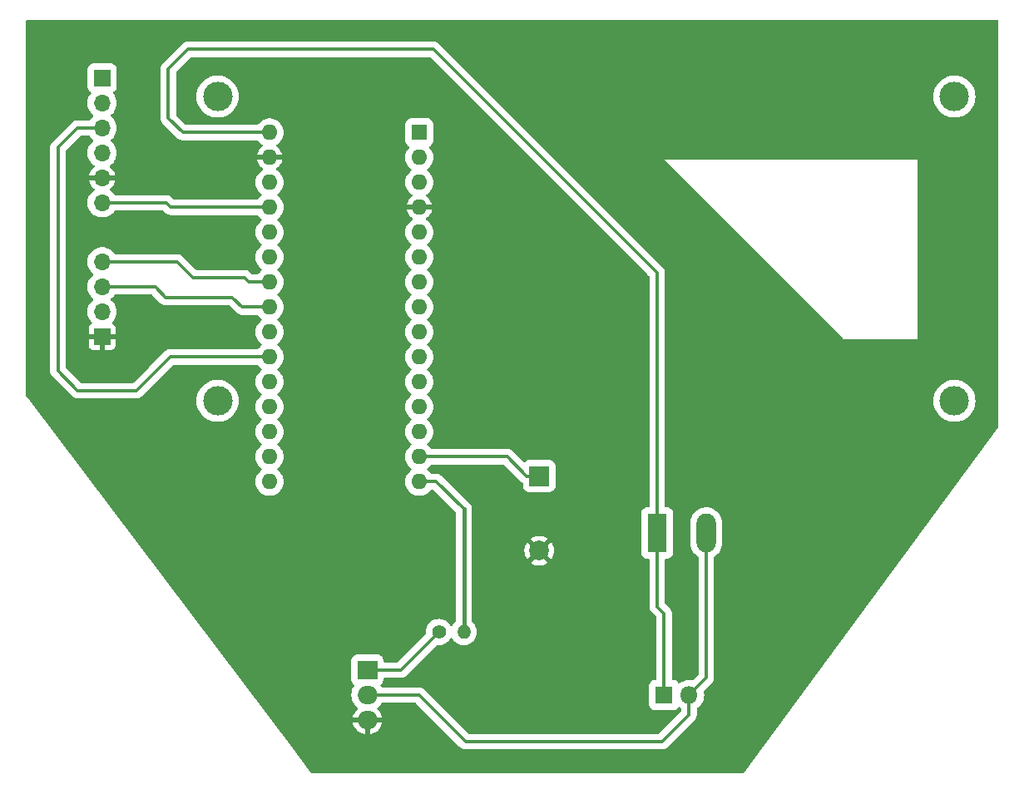
<source format=gbr>
%TF.GenerationSoftware,KiCad,Pcbnew,7.0.7-7.0.7~ubuntu22.04.1*%
%TF.CreationDate,2023-09-20T10:04:04-06:00*%
%TF.ProjectId,ph_meter,70685f6d-6574-4657-922e-6b696361645f,1.1 - E*%
%TF.SameCoordinates,Original*%
%TF.FileFunction,Copper,L2,Bot*%
%TF.FilePolarity,Positive*%
%FSLAX46Y46*%
G04 Gerber Fmt 4.6, Leading zero omitted, Abs format (unit mm)*
G04 Created by KiCad (PCBNEW 7.0.7-7.0.7~ubuntu22.04.1) date 2023-09-20 10:04:04*
%MOMM*%
%LPD*%
G01*
G04 APERTURE LIST*
%TA.AperFunction,ComponentPad*%
%ADD10C,1.400000*%
%TD*%
%TA.AperFunction,ComponentPad*%
%ADD11O,1.400000X1.400000*%
%TD*%
%TA.AperFunction,ComponentPad*%
%ADD12R,1.700000X1.700000*%
%TD*%
%TA.AperFunction,ComponentPad*%
%ADD13O,1.700000X1.700000*%
%TD*%
%TA.AperFunction,ComponentPad*%
%ADD14R,1.600000X1.600000*%
%TD*%
%TA.AperFunction,ComponentPad*%
%ADD15O,1.600000X1.600000*%
%TD*%
%TA.AperFunction,ComponentPad*%
%ADD16R,1.800000X1.800000*%
%TD*%
%TA.AperFunction,ComponentPad*%
%ADD17O,1.800000X1.800000*%
%TD*%
%TA.AperFunction,ComponentPad*%
%ADD18R,2.000000X2.000000*%
%TD*%
%TA.AperFunction,ComponentPad*%
%ADD19C,2.000000*%
%TD*%
%TA.AperFunction,ComponentPad*%
%ADD20R,1.980000X3.960000*%
%TD*%
%TA.AperFunction,ComponentPad*%
%ADD21O,1.980000X3.960000*%
%TD*%
%TA.AperFunction,ComponentPad*%
%ADD22C,3.000000*%
%TD*%
%TA.AperFunction,ComponentPad*%
%ADD23R,2.000000X1.905000*%
%TD*%
%TA.AperFunction,ComponentPad*%
%ADD24O,2.000000X1.905000*%
%TD*%
%TA.AperFunction,Conductor*%
%ADD25C,0.304800*%
%TD*%
%TA.AperFunction,Conductor*%
%ADD26C,0.406400*%
%TD*%
G04 APERTURE END LIST*
D10*
%TO.P,R1,1*%
%TO.N,Net-(Q1-B)*%
X137780000Y-123080000D03*
D11*
%TO.P,R1,2*%
%TO.N,Net-(A1-D12)*%
X140320000Y-123080000D03*
%TD*%
D12*
%TO.P,J4,1,Pin_1*%
%TO.N,unconnected-(J4-Pin_1-Pad1)*%
X103500000Y-66670000D03*
D13*
%TO.P,J4,2,Pin_2*%
%TO.N,unconnected-(J4-Pin_2-Pad2)*%
X103500000Y-69210000D03*
%TO.P,J4,3,Pin_3*%
%TO.N,Net-(A1-A2)*%
X103500000Y-71750000D03*
%TO.P,J4,4,Pin_4*%
%TO.N,unconnected-(J4-Pin_4-Pad4)*%
X103500000Y-74290000D03*
%TO.P,J4,5,Pin_5*%
%TO.N,GND*%
X103500000Y-76830000D03*
%TO.P,J4,6,Pin_6*%
%TO.N,+5V*%
X103500000Y-79370000D03*
%TD*%
D14*
%TO.P,A1,1,D1/TX*%
%TO.N,unconnected-(A1-D1{slash}TX-Pad1)*%
X135791360Y-72210000D03*
D15*
%TO.P,A1,2,D0/RX*%
%TO.N,unconnected-(A1-D0{slash}RX-Pad2)*%
X135791360Y-74750000D03*
%TO.P,A1,3,~{RESET}*%
%TO.N,unconnected-(A1-~{RESET}-Pad3)*%
X135791360Y-77290000D03*
%TO.P,A1,4,GND*%
%TO.N,GND*%
X135791360Y-79830000D03*
%TO.P,A1,5,D2*%
%TO.N,unconnected-(A1-D2-Pad5)*%
X135791360Y-82370000D03*
%TO.P,A1,6,D3*%
%TO.N,unconnected-(A1-D3-Pad6)*%
X135791360Y-84910000D03*
%TO.P,A1,7,D4*%
%TO.N,unconnected-(A1-D4-Pad7)*%
X135791360Y-87450000D03*
%TO.P,A1,8,D5*%
%TO.N,unconnected-(A1-D5-Pad8)*%
X135791360Y-89990000D03*
%TO.P,A1,9,D6*%
%TO.N,unconnected-(A1-D6-Pad9)*%
X135791360Y-92530000D03*
%TO.P,A1,10,D7*%
%TO.N,unconnected-(A1-D7-Pad10)*%
X135791360Y-95070000D03*
%TO.P,A1,11,D8*%
%TO.N,unconnected-(A1-D8-Pad11)*%
X135791360Y-97610000D03*
%TO.P,A1,12,D9*%
%TO.N,unconnected-(A1-D9-Pad12)*%
X135791360Y-100150000D03*
%TO.P,A1,13,D10*%
%TO.N,unconnected-(A1-D10-Pad13)*%
X135791360Y-102690000D03*
%TO.P,A1,14,D11*%
%TO.N,Net-(A1-D11)*%
X135791360Y-105230000D03*
%TO.P,A1,15,D12*%
%TO.N,Net-(A1-D12)*%
X135791360Y-107770000D03*
%TO.P,A1,16,D13*%
%TO.N,unconnected-(A1-D13-Pad16)*%
X120551360Y-107770000D03*
%TO.P,A1,17,3V3*%
%TO.N,unconnected-(A1-3V3-Pad17)*%
X120551360Y-105230000D03*
%TO.P,A1,18,AREF*%
%TO.N,unconnected-(A1-AREF-Pad18)*%
X120551360Y-102690000D03*
%TO.P,A1,19,A0*%
%TO.N,unconnected-(A1-A0-Pad19)*%
X120551360Y-100150000D03*
%TO.P,A1,20,A1*%
%TO.N,unconnected-(A1-A1-Pad20)*%
X120551360Y-97610000D03*
%TO.P,A1,21,A2*%
%TO.N,Net-(A1-A2)*%
X120551360Y-95070000D03*
%TO.P,A1,22,A3*%
%TO.N,unconnected-(A1-A3-Pad22)*%
X120551360Y-92530000D03*
%TO.P,A1,23,A4*%
%TO.N,Net-(A1-A4)*%
X120551360Y-89990000D03*
%TO.P,A1,24,A5*%
%TO.N,Net-(A1-A5)*%
X120551360Y-87450000D03*
%TO.P,A1,25,A6*%
%TO.N,unconnected-(A1-A6-Pad25)*%
X120551360Y-84910000D03*
%TO.P,A1,26,A7*%
%TO.N,unconnected-(A1-A7-Pad26)*%
X120551360Y-82370000D03*
%TO.P,A1,27,+5V*%
%TO.N,+5V*%
X120551360Y-79830000D03*
%TO.P,A1,28,~{RESET}*%
%TO.N,unconnected-(A1-~{RESET}-Pad28)*%
X120551360Y-77290000D03*
%TO.P,A1,29,GND*%
%TO.N,GND*%
X120551360Y-74750000D03*
%TO.P,A1,30,VIN*%
%TO.N,+12V*%
X120551360Y-72210000D03*
%TD*%
D16*
%TO.P,D1,1,K*%
%TO.N,+12V*%
X160705000Y-129500000D03*
D17*
%TO.P,D1,2,A*%
%TO.N,Net-(D1-A)*%
X163245000Y-129500000D03*
%TD*%
D12*
%TO.P,J2,1,Pin_1*%
%TO.N,GND*%
X103501360Y-93000000D03*
D13*
%TO.P,J2,2,Pin_2*%
%TO.N,+5V*%
X103501360Y-90460000D03*
%TO.P,J2,3,Pin_3*%
%TO.N,Net-(A1-A4)*%
X103501360Y-87920000D03*
%TO.P,J2,4,Pin_4*%
%TO.N,Net-(A1-A5)*%
X103501360Y-85380000D03*
%TD*%
D18*
%TO.P,BZ1,1,-*%
%TO.N,Net-(A1-D11)*%
X148000000Y-107200000D03*
D19*
%TO.P,BZ1,2,+*%
%TO.N,GND*%
X148000000Y-114800000D03*
%TD*%
D20*
%TO.P,J3,1,Pin_1*%
%TO.N,+12V*%
X160000000Y-113000000D03*
D21*
%TO.P,J3,2,Pin_2*%
%TO.N,Net-(D1-A)*%
X165000000Y-113000000D03*
%TD*%
D22*
%TO.P,REF\u002A\u002A,*%
%TO.N,*%
X115255660Y-68550100D03*
X115255660Y-99550800D03*
X190254240Y-68550100D03*
X190254760Y-99550800D03*
%TD*%
D23*
%TO.P,Q1,1,B*%
%TO.N,Net-(Q1-B)*%
X130515000Y-126960000D03*
D24*
%TO.P,Q1,2,C*%
%TO.N,Net-(D1-A)*%
X130515000Y-129500000D03*
%TO.P,Q1,3,E*%
%TO.N,GND*%
X130515000Y-132040000D03*
%TD*%
D25*
%TO.N,Net-(Q1-B)*%
X130515000Y-126960000D02*
X133900000Y-126960000D01*
X133900000Y-126960000D02*
X137780000Y-123080000D01*
D26*
%TO.N,Net-(A1-D12)*%
X140320000Y-123080000D02*
X140320000Y-110570000D01*
D25*
%TO.N,Net-(D1-A)*%
X140500000Y-134250000D02*
X135750000Y-129500000D01*
%TO.N,Net-(A1-D12)*%
X137520000Y-107770000D02*
X140320000Y-110570000D01*
X135791360Y-107770000D02*
X137520000Y-107770000D01*
%TO.N,Net-(A1-A4)*%
X110000000Y-89000000D02*
X108920000Y-87920000D01*
X117750000Y-90000000D02*
X116751360Y-89001360D01*
X116751360Y-89000000D02*
X110000000Y-89000000D01*
X120551360Y-89990000D02*
X117760000Y-89990000D01*
X117760000Y-89990000D02*
X117750000Y-90000000D01*
X116751360Y-89001360D02*
X116751360Y-89000000D01*
X108920000Y-87920000D02*
X103501360Y-87920000D01*
%TO.N,Net-(A1-A5)*%
X111130000Y-85380000D02*
X103501360Y-85380000D01*
X118001360Y-87000000D02*
X112750000Y-87000000D01*
X112750000Y-87000000D02*
X111130000Y-85380000D01*
X120551360Y-87450000D02*
X118451360Y-87450000D01*
X118451360Y-87450000D02*
X118001360Y-87000000D01*
%TO.N,+5V*%
X110501360Y-79830000D02*
X120551360Y-79830000D01*
X103500000Y-79370000D02*
X110041360Y-79370000D01*
X110041360Y-79370000D02*
X110501360Y-79830000D01*
%TO.N,+12V*%
X160705000Y-129500000D02*
X160705000Y-121205000D01*
X110250000Y-70750000D02*
X111710000Y-72210000D01*
X160000000Y-113000000D02*
X160000000Y-86500000D01*
X111710000Y-72210000D02*
X120551360Y-72210000D01*
X137250000Y-63750000D02*
X112250000Y-63750000D01*
X160705000Y-121205000D02*
X160000000Y-120500000D01*
X112250000Y-63750000D02*
X110250000Y-65750000D01*
X110250000Y-65750000D02*
X110250000Y-70750000D01*
X160000000Y-86500000D02*
X137250000Y-63750000D01*
X160000000Y-120500000D02*
X160000000Y-113000000D01*
%TO.N,Net-(D1-A)*%
X163245000Y-129500000D02*
X163245000Y-131505000D01*
X135750000Y-129500000D02*
X130515000Y-129500000D01*
X165000000Y-127745000D02*
X165000000Y-113000000D01*
X163245000Y-131505000D02*
X160500000Y-134250000D01*
X160500000Y-134250000D02*
X140500000Y-134250000D01*
X163245000Y-129500000D02*
X165000000Y-127745000D01*
%TO.N,Net-(A1-D11)*%
X144730000Y-105230000D02*
X146700000Y-107200000D01*
X135791360Y-105230000D02*
X144730000Y-105230000D01*
X146700000Y-107200000D02*
X148000000Y-107200000D01*
%TO.N,Net-(A1-A2)*%
X120551360Y-95070000D02*
X110430000Y-95070000D01*
X99000000Y-96500000D02*
X99000000Y-73750000D01*
X99000000Y-73750000D02*
X101000000Y-71750000D01*
X107000000Y-98500000D02*
X101000000Y-98500000D01*
X110430000Y-95070000D02*
X107000000Y-98500000D01*
X101000000Y-71750000D02*
X103500000Y-71750000D01*
X101000000Y-98500000D02*
X99000000Y-96500000D01*
%TD*%
%TA.AperFunction,Conductor*%
%TO.N,GND*%
G36*
X102240256Y-72557585D02*
G01*
X102277026Y-72594079D01*
X102323711Y-72665537D01*
X102323714Y-72665540D01*
X102475019Y-72829901D01*
X102490452Y-72846665D01*
X102490456Y-72846668D01*
X102587431Y-72922147D01*
X102628244Y-72978857D01*
X102631919Y-73048630D01*
X102597287Y-73109313D01*
X102587431Y-73117853D01*
X102490456Y-73193331D01*
X102490452Y-73193334D01*
X102323715Y-73374458D01*
X102323712Y-73374462D01*
X102189064Y-73580555D01*
X102090172Y-73806007D01*
X102029738Y-74044660D01*
X102009408Y-74289994D01*
X102009408Y-74290005D01*
X102029738Y-74535339D01*
X102090172Y-74773992D01*
X102189063Y-74999442D01*
X102242216Y-75080798D01*
X102323714Y-75205540D01*
X102490450Y-75386663D01*
X102553278Y-75435564D01*
X102684721Y-75537871D01*
X102689016Y-75540677D01*
X102687837Y-75542480D01*
X102730956Y-75585268D01*
X102746070Y-75653483D01*
X102721905Y-75719041D01*
X102693477Y-75746688D01*
X102628922Y-75791890D01*
X102628920Y-75791891D01*
X102461891Y-75958920D01*
X102461886Y-75958926D01*
X102326400Y-76152420D01*
X102326399Y-76152422D01*
X102226570Y-76366507D01*
X102226567Y-76366513D01*
X102169364Y-76579999D01*
X102169364Y-76580000D01*
X102886653Y-76580000D01*
X102953692Y-76599685D01*
X102999447Y-76652489D01*
X103009391Y-76721647D01*
X103005631Y-76738933D01*
X103000000Y-76758111D01*
X103000000Y-76901888D01*
X103005631Y-76921067D01*
X103005630Y-76990936D01*
X102967855Y-77049714D01*
X102904299Y-77078738D01*
X102886653Y-77080000D01*
X102169364Y-77080000D01*
X102226567Y-77293486D01*
X102226570Y-77293492D01*
X102326399Y-77507578D01*
X102461894Y-77701082D01*
X102628917Y-77868105D01*
X102693477Y-77913311D01*
X102737102Y-77967888D01*
X102744294Y-78037387D01*
X102712772Y-78099741D01*
X102688475Y-78118476D01*
X102689025Y-78119317D01*
X102684720Y-78122129D01*
X102490456Y-78273331D01*
X102490452Y-78273334D01*
X102323715Y-78454458D01*
X102323712Y-78454462D01*
X102189064Y-78660555D01*
X102090172Y-78886007D01*
X102029738Y-79124660D01*
X102009408Y-79369994D01*
X102009408Y-79370005D01*
X102029738Y-79615339D01*
X102090172Y-79853992D01*
X102189064Y-80079444D01*
X102242216Y-80160798D01*
X102323714Y-80285540D01*
X102475020Y-80449902D01*
X102490452Y-80466665D01*
X102490456Y-80466668D01*
X102684720Y-80617870D01*
X102684724Y-80617873D01*
X102684726Y-80617874D01*
X102684729Y-80617876D01*
X102778866Y-80668820D01*
X102901236Y-80735043D01*
X103134082Y-80814979D01*
X103376908Y-80855500D01*
X103376909Y-80855500D01*
X103623091Y-80855500D01*
X103623092Y-80855500D01*
X103865918Y-80814979D01*
X104098764Y-80735043D01*
X104315276Y-80617873D01*
X104509550Y-80466663D01*
X104676286Y-80285540D01*
X104722973Y-80214079D01*
X104776121Y-80168722D01*
X104826783Y-80157900D01*
X109663640Y-80157900D01*
X109730679Y-80177585D01*
X109751321Y-80194219D01*
X109881458Y-80324356D01*
X110007004Y-80449902D01*
X110007006Y-80449903D01*
X110041753Y-80471737D01*
X110047427Y-80475762D01*
X110079520Y-80501355D01*
X110116494Y-80519161D01*
X110122585Y-80522527D01*
X110157336Y-80544363D01*
X110157338Y-80544364D01*
X110157340Y-80544365D01*
X110196089Y-80557923D01*
X110202502Y-80560580D01*
X110239486Y-80578391D01*
X110279513Y-80587526D01*
X110286161Y-80589441D01*
X110324926Y-80603006D01*
X110365723Y-80607602D01*
X110372569Y-80608766D01*
X110412585Y-80617899D01*
X110455388Y-80617899D01*
X110455424Y-80617900D01*
X110457116Y-80617900D01*
X119284302Y-80617900D01*
X119351341Y-80637585D01*
X119388111Y-80674079D01*
X119414663Y-80714721D01*
X119414666Y-80714724D01*
X119575790Y-80889751D01*
X119720197Y-81002147D01*
X119761009Y-81058857D01*
X119764684Y-81128630D01*
X119730053Y-81189313D01*
X119720203Y-81197847D01*
X119610931Y-81282897D01*
X119575791Y-81310248D01*
X119414667Y-81485274D01*
X119414664Y-81485278D01*
X119284548Y-81684434D01*
X119188985Y-81902297D01*
X119130585Y-82132911D01*
X119130583Y-82132922D01*
X119110940Y-82369993D01*
X119110940Y-82370006D01*
X119130583Y-82607077D01*
X119130585Y-82607088D01*
X119188985Y-82837702D01*
X119284548Y-83055565D01*
X119414664Y-83254721D01*
X119414666Y-83254724D01*
X119575790Y-83429751D01*
X119720197Y-83542147D01*
X119761009Y-83598857D01*
X119764684Y-83668630D01*
X119730053Y-83729313D01*
X119720203Y-83737847D01*
X119610931Y-83822897D01*
X119575791Y-83850248D01*
X119414667Y-84025274D01*
X119414664Y-84025278D01*
X119284548Y-84224434D01*
X119188985Y-84442297D01*
X119130585Y-84672911D01*
X119130583Y-84672922D01*
X119110940Y-84909993D01*
X119110940Y-84910006D01*
X119130583Y-85147077D01*
X119130585Y-85147088D01*
X119188985Y-85377702D01*
X119284548Y-85595565D01*
X119414664Y-85794721D01*
X119414666Y-85794724D01*
X119575790Y-85969751D01*
X119720198Y-86082148D01*
X119761009Y-86138855D01*
X119764684Y-86208628D01*
X119730053Y-86269312D01*
X119720197Y-86277852D01*
X119575792Y-86390247D01*
X119414663Y-86565278D01*
X119388111Y-86605921D01*
X119334964Y-86651278D01*
X119284302Y-86662100D01*
X118829081Y-86662100D01*
X118762042Y-86642415D01*
X118741400Y-86625781D01*
X118525968Y-86410348D01*
X118525929Y-86410311D01*
X118495716Y-86380098D01*
X118495715Y-86380097D01*
X118495714Y-86380096D01*
X118495712Y-86380094D01*
X118460961Y-86358260D01*
X118455291Y-86354236D01*
X118423200Y-86328645D01*
X118423198Y-86328644D01*
X118423197Y-86328643D01*
X118386224Y-86310837D01*
X118380134Y-86307472D01*
X118345378Y-86285633D01*
X118306631Y-86272075D01*
X118300204Y-86269412D01*
X118263234Y-86251609D01*
X118223229Y-86242478D01*
X118216545Y-86240552D01*
X118183991Y-86229162D01*
X118177794Y-86226994D01*
X118136994Y-86222396D01*
X118130147Y-86221232D01*
X118090136Y-86212101D01*
X118090134Y-86212101D01*
X118047332Y-86212101D01*
X118047296Y-86212100D01*
X118045604Y-86212100D01*
X113127721Y-86212100D01*
X113060682Y-86192415D01*
X113040040Y-86175781D01*
X111654608Y-84790348D01*
X111654569Y-84790311D01*
X111624356Y-84760098D01*
X111624355Y-84760097D01*
X111624354Y-84760096D01*
X111624352Y-84760094D01*
X111589601Y-84738260D01*
X111583931Y-84734236D01*
X111551840Y-84708645D01*
X111551838Y-84708644D01*
X111551837Y-84708643D01*
X111514864Y-84690837D01*
X111508774Y-84687472D01*
X111474018Y-84665633D01*
X111435271Y-84652075D01*
X111428844Y-84649412D01*
X111391874Y-84631609D01*
X111351869Y-84622478D01*
X111345185Y-84620552D01*
X111312631Y-84609162D01*
X111306434Y-84606994D01*
X111265634Y-84602396D01*
X111258787Y-84601232D01*
X111218776Y-84592101D01*
X111218774Y-84592101D01*
X111175972Y-84592101D01*
X111175936Y-84592100D01*
X111174244Y-84592100D01*
X104828143Y-84592100D01*
X104761104Y-84572415D01*
X104724334Y-84535921D01*
X104677648Y-84464462D01*
X104510907Y-84283334D01*
X104510903Y-84283331D01*
X104316639Y-84132129D01*
X104316630Y-84132123D01*
X104100130Y-84014960D01*
X104100127Y-84014958D01*
X104100124Y-84014957D01*
X104100121Y-84014956D01*
X104100119Y-84014955D01*
X103867280Y-83935021D01*
X103705394Y-83908007D01*
X103624452Y-83894500D01*
X103378268Y-83894500D01*
X103317561Y-83904630D01*
X103135439Y-83935021D01*
X102902600Y-84014955D01*
X102902589Y-84014960D01*
X102686089Y-84132123D01*
X102686080Y-84132129D01*
X102491816Y-84283331D01*
X102491812Y-84283334D01*
X102325075Y-84464458D01*
X102325072Y-84464462D01*
X102190424Y-84670555D01*
X102091532Y-84896007D01*
X102031098Y-85134660D01*
X102010768Y-85379994D01*
X102010768Y-85380005D01*
X102031098Y-85625339D01*
X102091532Y-85863992D01*
X102190424Y-86089444D01*
X102325072Y-86295537D01*
X102325075Y-86295541D01*
X102491812Y-86476665D01*
X102491816Y-86476668D01*
X102588791Y-86552147D01*
X102629604Y-86608857D01*
X102633279Y-86678630D01*
X102598647Y-86739313D01*
X102588791Y-86747853D01*
X102491816Y-86823331D01*
X102491812Y-86823334D01*
X102325075Y-87004458D01*
X102325072Y-87004462D01*
X102190424Y-87210555D01*
X102091532Y-87436007D01*
X102031098Y-87674660D01*
X102010768Y-87919994D01*
X102010768Y-87920005D01*
X102031098Y-88165339D01*
X102091532Y-88403992D01*
X102190424Y-88629444D01*
X102325072Y-88835537D01*
X102325075Y-88835541D01*
X102491812Y-89016665D01*
X102491816Y-89016668D01*
X102588791Y-89092147D01*
X102629604Y-89148857D01*
X102633279Y-89218630D01*
X102598647Y-89279313D01*
X102588791Y-89287853D01*
X102491816Y-89363331D01*
X102491812Y-89363334D01*
X102325075Y-89544458D01*
X102325072Y-89544462D01*
X102190424Y-89750555D01*
X102091532Y-89976007D01*
X102031098Y-90214660D01*
X102010768Y-90459994D01*
X102010768Y-90460005D01*
X102031098Y-90705339D01*
X102091532Y-90943992D01*
X102190424Y-91169444D01*
X102230882Y-91231369D01*
X102325074Y-91375540D01*
X102412258Y-91470247D01*
X102448598Y-91509722D01*
X102479520Y-91572376D01*
X102471660Y-91641803D01*
X102427513Y-91695958D01*
X102416801Y-91702534D01*
X102409270Y-91706646D01*
X102294172Y-91792809D01*
X102294169Y-91792812D01*
X102208009Y-91907906D01*
X102208005Y-91907913D01*
X102157763Y-92042620D01*
X102157761Y-92042627D01*
X102151360Y-92102155D01*
X102151360Y-92102172D01*
X102151359Y-92749999D01*
X102151360Y-92750000D01*
X102888013Y-92750000D01*
X102955052Y-92769685D01*
X103000807Y-92822489D01*
X103010751Y-92891647D01*
X103006991Y-92908933D01*
X103001360Y-92928111D01*
X103001360Y-93071888D01*
X103006991Y-93091067D01*
X103006990Y-93160936D01*
X102969215Y-93219714D01*
X102905659Y-93248738D01*
X102888013Y-93250000D01*
X102151360Y-93250000D01*
X102151360Y-93897844D01*
X102157761Y-93957372D01*
X102157763Y-93957379D01*
X102208005Y-94092086D01*
X102208009Y-94092093D01*
X102294169Y-94207187D01*
X102294172Y-94207190D01*
X102409266Y-94293350D01*
X102409273Y-94293354D01*
X102543980Y-94343596D01*
X102543987Y-94343598D01*
X102603515Y-94349999D01*
X102603532Y-94350000D01*
X103251359Y-94350000D01*
X103251359Y-93612301D01*
X103271043Y-93545262D01*
X103323847Y-93499507D01*
X103393006Y-93489563D01*
X103399740Y-93490531D01*
X103465597Y-93500000D01*
X103465598Y-93500000D01*
X103537122Y-93500000D01*
X103537123Y-93500000D01*
X103609712Y-93489563D01*
X103678870Y-93499507D01*
X103731674Y-93545261D01*
X103751359Y-93612301D01*
X103751359Y-94349999D01*
X103751360Y-94350000D01*
X104399188Y-94350000D01*
X104399204Y-94349999D01*
X104458732Y-94343598D01*
X104458739Y-94343596D01*
X104593446Y-94293354D01*
X104593453Y-94293350D01*
X104708547Y-94207190D01*
X104708550Y-94207187D01*
X104794710Y-94092093D01*
X104794714Y-94092086D01*
X104844956Y-93957379D01*
X104844958Y-93957372D01*
X104851359Y-93897844D01*
X104851360Y-93897827D01*
X104851360Y-93250000D01*
X104114707Y-93250000D01*
X104047668Y-93230315D01*
X104001913Y-93177511D01*
X103991969Y-93108353D01*
X103995729Y-93091067D01*
X104001360Y-93071888D01*
X104001360Y-92928111D01*
X103995729Y-92908933D01*
X103995730Y-92839064D01*
X104033505Y-92780286D01*
X104097061Y-92751262D01*
X104114707Y-92750000D01*
X104851360Y-92750000D01*
X104851360Y-92102172D01*
X104851359Y-92102155D01*
X104844958Y-92042627D01*
X104844956Y-92042620D01*
X104794714Y-91907913D01*
X104794710Y-91907906D01*
X104708550Y-91792812D01*
X104708547Y-91792809D01*
X104593448Y-91706645D01*
X104585921Y-91702535D01*
X104536517Y-91653128D01*
X104521667Y-91584855D01*
X104546086Y-91519391D01*
X104554122Y-91509722D01*
X104677641Y-91375546D01*
X104677642Y-91375543D01*
X104677646Y-91375540D01*
X104812296Y-91169443D01*
X104911187Y-90943994D01*
X104971621Y-90705343D01*
X104981310Y-90588415D01*
X104991951Y-90460005D01*
X104991951Y-90459994D01*
X104971621Y-90214660D01*
X104971621Y-90214657D01*
X104911187Y-89976006D01*
X104812296Y-89750557D01*
X104810880Y-89748390D01*
X104677647Y-89544462D01*
X104677646Y-89544460D01*
X104510910Y-89363337D01*
X104477644Y-89337445D01*
X104413928Y-89287852D01*
X104373115Y-89231141D01*
X104369442Y-89161368D01*
X104404073Y-89100685D01*
X104413911Y-89092160D01*
X104510910Y-89016663D01*
X104677646Y-88835540D01*
X104694781Y-88809313D01*
X104724334Y-88764079D01*
X104777481Y-88718722D01*
X104828143Y-88707900D01*
X108542279Y-88707900D01*
X108609318Y-88727585D01*
X108629960Y-88744219D01*
X109475689Y-89589949D01*
X109475719Y-89589977D01*
X109505644Y-89619902D01*
X109540393Y-89641736D01*
X109546068Y-89645763D01*
X109578160Y-89671356D01*
X109615148Y-89689168D01*
X109621227Y-89692528D01*
X109655975Y-89714362D01*
X109655980Y-89714365D01*
X109694721Y-89727921D01*
X109701139Y-89730579D01*
X109738127Y-89748391D01*
X109778134Y-89757522D01*
X109784808Y-89759443D01*
X109823566Y-89773006D01*
X109864356Y-89777601D01*
X109871204Y-89778764D01*
X109911226Y-89787900D01*
X109955756Y-89787900D01*
X116372279Y-89787900D01*
X116439318Y-89807585D01*
X116459960Y-89824219D01*
X117159122Y-90523381D01*
X117163758Y-90528568D01*
X117189346Y-90560654D01*
X117222832Y-90587359D01*
X117222844Y-90587369D01*
X117328159Y-90671355D01*
X117488125Y-90748391D01*
X117661218Y-90787898D01*
X117661223Y-90787898D01*
X117661225Y-90787899D01*
X117661226Y-90787899D01*
X117661227Y-90787899D01*
X117838772Y-90787899D01*
X117838774Y-90787899D01*
X117868961Y-90781008D01*
X117896554Y-90777900D01*
X119284302Y-90777900D01*
X119351341Y-90797585D01*
X119388111Y-90834079D01*
X119414663Y-90874721D01*
X119414666Y-90874724D01*
X119575790Y-91049751D01*
X119720197Y-91162147D01*
X119761009Y-91218857D01*
X119764684Y-91288630D01*
X119730053Y-91349313D01*
X119720203Y-91357847D01*
X119610931Y-91442897D01*
X119575791Y-91470248D01*
X119414667Y-91645274D01*
X119414664Y-91645278D01*
X119284548Y-91844434D01*
X119188985Y-92062297D01*
X119130585Y-92292911D01*
X119130583Y-92292922D01*
X119110940Y-92529993D01*
X119110940Y-92530006D01*
X119130583Y-92767077D01*
X119130585Y-92767088D01*
X119188985Y-92997702D01*
X119284548Y-93215565D01*
X119359834Y-93330798D01*
X119414666Y-93414724D01*
X119575790Y-93589751D01*
X119668462Y-93661880D01*
X119720196Y-93702147D01*
X119761008Y-93758857D01*
X119764683Y-93828630D01*
X119730051Y-93889313D01*
X119720196Y-93897853D01*
X119575792Y-94010247D01*
X119414663Y-94185278D01*
X119388111Y-94225921D01*
X119334964Y-94271278D01*
X119284302Y-94282100D01*
X110341222Y-94282100D01*
X110301203Y-94291234D01*
X110294353Y-94292397D01*
X110274604Y-94294623D01*
X110253562Y-94296994D01*
X110214829Y-94310548D01*
X110208144Y-94312474D01*
X110168134Y-94321605D01*
X110168123Y-94321609D01*
X110131146Y-94339415D01*
X110124722Y-94342076D01*
X110085981Y-94355634D01*
X110085978Y-94355636D01*
X110051230Y-94377468D01*
X110045145Y-94380831D01*
X110008160Y-94398642D01*
X109976064Y-94424237D01*
X109970394Y-94428261D01*
X109935647Y-94450096D01*
X109935644Y-94450098D01*
X109906590Y-94479150D01*
X109906586Y-94479154D01*
X109904160Y-94481581D01*
X109904156Y-94481585D01*
X108263462Y-96122279D01*
X106709960Y-97675781D01*
X106648637Y-97709266D01*
X106622279Y-97712100D01*
X101377721Y-97712100D01*
X101310682Y-97692415D01*
X101290040Y-97675781D01*
X99824219Y-96209960D01*
X99790734Y-96148637D01*
X99787900Y-96122279D01*
X99787900Y-74127721D01*
X99807585Y-74060682D01*
X99824219Y-74040040D01*
X101290040Y-72574219D01*
X101351363Y-72540734D01*
X101377721Y-72537900D01*
X102173217Y-72537900D01*
X102240256Y-72557585D01*
G37*
%TD.AperFunction*%
%TA.AperFunction,Conductor*%
G36*
X194692591Y-60770185D02*
G01*
X194738346Y-60822989D01*
X194749552Y-60874448D01*
X194750000Y-61946011D01*
X194750000Y-88179071D01*
X194749501Y-102209116D01*
X194729814Y-102276155D01*
X194725360Y-102282625D01*
X168836914Y-137449013D01*
X168781317Y-137491331D01*
X168737055Y-137499500D01*
X124911960Y-137499500D01*
X124844921Y-137479815D01*
X124813038Y-137450269D01*
X122916174Y-134940673D01*
X112431611Y-121069344D01*
X96166945Y-99550799D01*
X113115170Y-99550799D01*
X113135106Y-99842257D01*
X113194544Y-100128296D01*
X113194546Y-100128301D01*
X113292374Y-100403565D01*
X113292375Y-100403567D01*
X113292376Y-100403570D01*
X113292378Y-100403574D01*
X113426784Y-100662964D01*
X113595258Y-100901637D01*
X113794662Y-101115147D01*
X114021282Y-101299516D01*
X114021284Y-101299517D01*
X114021285Y-101299518D01*
X114270896Y-101451310D01*
X114424097Y-101517854D01*
X114538854Y-101567700D01*
X114820164Y-101646520D01*
X115074614Y-101681492D01*
X115109587Y-101686300D01*
X115109588Y-101686300D01*
X115401733Y-101686300D01*
X115432935Y-101682011D01*
X115691156Y-101646520D01*
X115972466Y-101567700D01*
X116240425Y-101451309D01*
X116490038Y-101299516D01*
X116716658Y-101115147D01*
X116916062Y-100901637D01*
X117084536Y-100662964D01*
X117218942Y-100403574D01*
X117316775Y-100128297D01*
X117376213Y-99842263D01*
X117396150Y-99550800D01*
X117376213Y-99259337D01*
X117316775Y-98973303D01*
X117218942Y-98698026D01*
X117084536Y-98438636D01*
X116916062Y-98199963D01*
X116716658Y-97986453D01*
X116716651Y-97986448D01*
X116716650Y-97986446D01*
X116490034Y-97802081D01*
X116240423Y-97650289D01*
X115972469Y-97533901D01*
X115972467Y-97533900D01*
X115972466Y-97533900D01*
X115892434Y-97511476D01*
X115691161Y-97455081D01*
X115691157Y-97455080D01*
X115691156Y-97455080D01*
X115546443Y-97435190D01*
X115401733Y-97415300D01*
X115401732Y-97415300D01*
X115109588Y-97415300D01*
X115109587Y-97415300D01*
X114820164Y-97455080D01*
X114820158Y-97455081D01*
X114538850Y-97533901D01*
X114270896Y-97650289D01*
X114021285Y-97802081D01*
X113794669Y-97986446D01*
X113595259Y-98199962D01*
X113426784Y-98438635D01*
X113292375Y-98698032D01*
X113292374Y-98698034D01*
X113194546Y-98973298D01*
X113194544Y-98973303D01*
X113135106Y-99259342D01*
X113115170Y-99550799D01*
X96166945Y-99550799D01*
X95775579Y-99033013D01*
X95750859Y-98967663D01*
X95750501Y-98958255D01*
X95750595Y-96546149D01*
X98212100Y-96546149D01*
X98212101Y-96546181D01*
X98212101Y-96588776D01*
X98221232Y-96628787D01*
X98222396Y-96635634D01*
X98226994Y-96676434D01*
X98226995Y-96676436D01*
X98240552Y-96715185D01*
X98242478Y-96721869D01*
X98251609Y-96761874D01*
X98269412Y-96798844D01*
X98272075Y-96805271D01*
X98285633Y-96844018D01*
X98307472Y-96878774D01*
X98310837Y-96884864D01*
X98328643Y-96921837D01*
X98328644Y-96921838D01*
X98328645Y-96921840D01*
X98330715Y-96924436D01*
X98354233Y-96953926D01*
X98358260Y-96959601D01*
X98380094Y-96994352D01*
X98380096Y-96994354D01*
X98380097Y-96994355D01*
X98380098Y-96994356D01*
X98410311Y-97024569D01*
X98410348Y-97024608D01*
X100475689Y-99089949D01*
X100475719Y-99089977D01*
X100505644Y-99119902D01*
X100540398Y-99141739D01*
X100546070Y-99145764D01*
X100578160Y-99171355D01*
X100615134Y-99189161D01*
X100621225Y-99192527D01*
X100655976Y-99214363D01*
X100655978Y-99214364D01*
X100655980Y-99214365D01*
X100694729Y-99227923D01*
X100701142Y-99230580D01*
X100738126Y-99248391D01*
X100778153Y-99257526D01*
X100784801Y-99259441D01*
X100823566Y-99273006D01*
X100864363Y-99277602D01*
X100871209Y-99278766D01*
X100911225Y-99287899D01*
X100954028Y-99287899D01*
X100954064Y-99287900D01*
X100955756Y-99287900D01*
X107045936Y-99287900D01*
X107045972Y-99287899D01*
X107088774Y-99287899D01*
X107128782Y-99278767D01*
X107135639Y-99277602D01*
X107176434Y-99273006D01*
X107205139Y-99262960D01*
X107215176Y-99259449D01*
X107221865Y-99257522D01*
X107233146Y-99254946D01*
X107261873Y-99248391D01*
X107298859Y-99230578D01*
X107305267Y-99227924D01*
X107344020Y-99214365D01*
X107378783Y-99192520D01*
X107384860Y-99189162D01*
X107421840Y-99171355D01*
X107453937Y-99145757D01*
X107459596Y-99141741D01*
X107494356Y-99119902D01*
X107520457Y-99093799D01*
X107520472Y-99093787D01*
X110720040Y-95894219D01*
X110781363Y-95860734D01*
X110807721Y-95857900D01*
X119284302Y-95857900D01*
X119351341Y-95877585D01*
X119388111Y-95914079D01*
X119414663Y-95954721D01*
X119414666Y-95954724D01*
X119575790Y-96129751D01*
X119720198Y-96242148D01*
X119761009Y-96298855D01*
X119764684Y-96368628D01*
X119730053Y-96429312D01*
X119720197Y-96437852D01*
X119575792Y-96550247D01*
X119414667Y-96725274D01*
X119414664Y-96725278D01*
X119284548Y-96924434D01*
X119188985Y-97142297D01*
X119130585Y-97372911D01*
X119130583Y-97372922D01*
X119110940Y-97609993D01*
X119110940Y-97610006D01*
X119130583Y-97847077D01*
X119130585Y-97847088D01*
X119188985Y-98077702D01*
X119284548Y-98295565D01*
X119378021Y-98438635D01*
X119414666Y-98494724D01*
X119575790Y-98669751D01*
X119720197Y-98782147D01*
X119761009Y-98838857D01*
X119764684Y-98908630D01*
X119730053Y-98969313D01*
X119720203Y-98977847D01*
X119649327Y-99033013D01*
X119575791Y-99090248D01*
X119414667Y-99265274D01*
X119414664Y-99265278D01*
X119284548Y-99464434D01*
X119188985Y-99682297D01*
X119130585Y-99912911D01*
X119130583Y-99912922D01*
X119110940Y-100149993D01*
X119110940Y-100150006D01*
X119130583Y-100387077D01*
X119130585Y-100387088D01*
X119188985Y-100617702D01*
X119284548Y-100835565D01*
X119414664Y-101034721D01*
X119414666Y-101034724D01*
X119575790Y-101209751D01*
X119720197Y-101322147D01*
X119761009Y-101378857D01*
X119764684Y-101448630D01*
X119730053Y-101509313D01*
X119720203Y-101517847D01*
X119656156Y-101567698D01*
X119575791Y-101630248D01*
X119414667Y-101805274D01*
X119414664Y-101805278D01*
X119284548Y-102004434D01*
X119188985Y-102222297D01*
X119130585Y-102452911D01*
X119130583Y-102452922D01*
X119110940Y-102689993D01*
X119110940Y-102690006D01*
X119130583Y-102927077D01*
X119130585Y-102927088D01*
X119188985Y-103157702D01*
X119284548Y-103375565D01*
X119414664Y-103574721D01*
X119414666Y-103574724D01*
X119575790Y-103749751D01*
X119720197Y-103862147D01*
X119761009Y-103918857D01*
X119764684Y-103988630D01*
X119730053Y-104049313D01*
X119720203Y-104057847D01*
X119610931Y-104142897D01*
X119575791Y-104170248D01*
X119414667Y-104345274D01*
X119414664Y-104345278D01*
X119284548Y-104544434D01*
X119188985Y-104762297D01*
X119130585Y-104992911D01*
X119130583Y-104992922D01*
X119110940Y-105229993D01*
X119110940Y-105230006D01*
X119130583Y-105467077D01*
X119130585Y-105467088D01*
X119188985Y-105697702D01*
X119284548Y-105915565D01*
X119358478Y-106028722D01*
X119414666Y-106114724D01*
X119575790Y-106289751D01*
X119668462Y-106361880D01*
X119720196Y-106402147D01*
X119761008Y-106458857D01*
X119764683Y-106528630D01*
X119730051Y-106589313D01*
X119720196Y-106597853D01*
X119575792Y-106710247D01*
X119414667Y-106885274D01*
X119414664Y-106885278D01*
X119284548Y-107084434D01*
X119188985Y-107302297D01*
X119130585Y-107532911D01*
X119130583Y-107532922D01*
X119110940Y-107769993D01*
X119110940Y-107770006D01*
X119130583Y-108007077D01*
X119130585Y-108007088D01*
X119188985Y-108237702D01*
X119284548Y-108455565D01*
X119414664Y-108654721D01*
X119414667Y-108654725D01*
X119575792Y-108829753D01*
X119575796Y-108829756D01*
X119763516Y-108975865D01*
X119763522Y-108975869D01*
X119763525Y-108975871D01*
X119972750Y-109089098D01*
X120197758Y-109166344D01*
X120432411Y-109205500D01*
X120670309Y-109205500D01*
X120904962Y-109166344D01*
X121129970Y-109089098D01*
X121339195Y-108975871D01*
X121526930Y-108829751D01*
X121688054Y-108654724D01*
X121818172Y-108455564D01*
X121913734Y-108237704D01*
X121972135Y-108007085D01*
X121972136Y-108007077D01*
X121991780Y-107770006D01*
X121991780Y-107769993D01*
X121972136Y-107532922D01*
X121972134Y-107532911D01*
X121913734Y-107302297D01*
X121860783Y-107181581D01*
X121818172Y-107084436D01*
X121814833Y-107079326D01*
X121751312Y-106982100D01*
X121688054Y-106885276D01*
X121526930Y-106710249D01*
X121382522Y-106597852D01*
X121341711Y-106541143D01*
X121338036Y-106471370D01*
X121372667Y-106410687D01*
X121382516Y-106402152D01*
X121526930Y-106289751D01*
X121688054Y-106114724D01*
X121818172Y-105915564D01*
X121913734Y-105697704D01*
X121972135Y-105467085D01*
X121991780Y-105230000D01*
X121991780Y-105229993D01*
X121972136Y-104992922D01*
X121972134Y-104992911D01*
X121913734Y-104762297D01*
X121860783Y-104641581D01*
X121818172Y-104544436D01*
X121814833Y-104539326D01*
X121751312Y-104442100D01*
X121688054Y-104345276D01*
X121526930Y-104170249D01*
X121382522Y-104057852D01*
X121341711Y-104001143D01*
X121338036Y-103931370D01*
X121372667Y-103870687D01*
X121382516Y-103862152D01*
X121526930Y-103749751D01*
X121688054Y-103574724D01*
X121818172Y-103375564D01*
X121913734Y-103157704D01*
X121972135Y-102927085D01*
X121991780Y-102690000D01*
X121991780Y-102689993D01*
X121972136Y-102452922D01*
X121972134Y-102452911D01*
X121920853Y-102250409D01*
X121913734Y-102222296D01*
X121818172Y-102004436D01*
X121688054Y-101805276D01*
X121526930Y-101630249D01*
X121382522Y-101517852D01*
X121341711Y-101461143D01*
X121338036Y-101391370D01*
X121372667Y-101330687D01*
X121382516Y-101322152D01*
X121526930Y-101209751D01*
X121688054Y-101034724D01*
X121818172Y-100835564D01*
X121913734Y-100617704D01*
X121972135Y-100387085D01*
X121991780Y-100150000D01*
X121991780Y-100149993D01*
X121972136Y-99912922D01*
X121972134Y-99912911D01*
X121913734Y-99682297D01*
X121856054Y-99550800D01*
X121818172Y-99464436D01*
X121688054Y-99265276D01*
X121526930Y-99090249D01*
X121382522Y-98977852D01*
X121341711Y-98921143D01*
X121338036Y-98851370D01*
X121372667Y-98790687D01*
X121382516Y-98782152D01*
X121526930Y-98669751D01*
X121688054Y-98494724D01*
X121818172Y-98295564D01*
X121913734Y-98077704D01*
X121972135Y-97847085D01*
X121984951Y-97692415D01*
X121991780Y-97610006D01*
X121991780Y-97609993D01*
X121972136Y-97372922D01*
X121972134Y-97372911D01*
X121913734Y-97142297D01*
X121862653Y-97025844D01*
X121818172Y-96924436D01*
X121788339Y-96878774D01*
X121688055Y-96725278D01*
X121688054Y-96725276D01*
X121526930Y-96550249D01*
X121382522Y-96437852D01*
X121341711Y-96381143D01*
X121338036Y-96311370D01*
X121372667Y-96250687D01*
X121382516Y-96242152D01*
X121526930Y-96129751D01*
X121688054Y-95954724D01*
X121818172Y-95755564D01*
X121913734Y-95537704D01*
X121972135Y-95307085D01*
X121991780Y-95070000D01*
X121991780Y-95069993D01*
X121972136Y-94832922D01*
X121972134Y-94832911D01*
X121913734Y-94602297D01*
X121860783Y-94481581D01*
X121818172Y-94384436D01*
X121799355Y-94355635D01*
X121688055Y-94185278D01*
X121688054Y-94185276D01*
X121526930Y-94010249D01*
X121382522Y-93897852D01*
X121341711Y-93841143D01*
X121338036Y-93771370D01*
X121372667Y-93710687D01*
X121382516Y-93702152D01*
X121526930Y-93589751D01*
X121688054Y-93414724D01*
X121818172Y-93215564D01*
X121913734Y-92997704D01*
X121972135Y-92767085D01*
X121980246Y-92669202D01*
X121991780Y-92530006D01*
X121991780Y-92529993D01*
X121972136Y-92292922D01*
X121972134Y-92292911D01*
X121913734Y-92062297D01*
X121862502Y-91945500D01*
X121818172Y-91844436D01*
X121688054Y-91645276D01*
X121526930Y-91470249D01*
X121405256Y-91375546D01*
X121382523Y-91357852D01*
X121341710Y-91301142D01*
X121338036Y-91231369D01*
X121372668Y-91170686D01*
X121382504Y-91162161D01*
X121526930Y-91049751D01*
X121688054Y-90874724D01*
X121818172Y-90675564D01*
X121913734Y-90457704D01*
X121972135Y-90227085D01*
X121991780Y-89990000D01*
X121991780Y-89989993D01*
X121972136Y-89752922D01*
X121972134Y-89752911D01*
X121919347Y-89544462D01*
X121913734Y-89522296D01*
X121818172Y-89304436D01*
X121801758Y-89279313D01*
X121743407Y-89190000D01*
X121688054Y-89105276D01*
X121526930Y-88930249D01*
X121382522Y-88817852D01*
X121341711Y-88761143D01*
X121338036Y-88691370D01*
X121372667Y-88630687D01*
X121382516Y-88622152D01*
X121526930Y-88509751D01*
X121688054Y-88334724D01*
X121818172Y-88135564D01*
X121913734Y-87917704D01*
X121972135Y-87687085D01*
X121973165Y-87674657D01*
X121991780Y-87450006D01*
X121991780Y-87449993D01*
X121972136Y-87212922D01*
X121972134Y-87212911D01*
X121961675Y-87171609D01*
X121913734Y-86982296D01*
X121818172Y-86764436D01*
X121801758Y-86739313D01*
X121743407Y-86650000D01*
X121688054Y-86565276D01*
X121526930Y-86390249D01*
X121382522Y-86277852D01*
X121341711Y-86221143D01*
X121338036Y-86151370D01*
X121372667Y-86090687D01*
X121382516Y-86082152D01*
X121526930Y-85969751D01*
X121688054Y-85794724D01*
X121818172Y-85595564D01*
X121913734Y-85377704D01*
X121972135Y-85147085D01*
X121991780Y-84910000D01*
X121991780Y-84909993D01*
X121972136Y-84672922D01*
X121972134Y-84672911D01*
X121961675Y-84631609D01*
X121913734Y-84442296D01*
X121818172Y-84224436D01*
X121688054Y-84025276D01*
X121526930Y-83850249D01*
X121382522Y-83737852D01*
X121341711Y-83681143D01*
X121338036Y-83611370D01*
X121372667Y-83550687D01*
X121382516Y-83542152D01*
X121526930Y-83429751D01*
X121688054Y-83254724D01*
X121818172Y-83055564D01*
X121913734Y-82837704D01*
X121972135Y-82607085D01*
X121991780Y-82370000D01*
X121991780Y-82369993D01*
X121972136Y-82132922D01*
X121972134Y-82132911D01*
X121913734Y-81902297D01*
X121818171Y-81684434D01*
X121688055Y-81485278D01*
X121688054Y-81485276D01*
X121526930Y-81310249D01*
X121382522Y-81197852D01*
X121341711Y-81141143D01*
X121338036Y-81071370D01*
X121372667Y-81010687D01*
X121382516Y-81002152D01*
X121526930Y-80889751D01*
X121688054Y-80714724D01*
X121818172Y-80515564D01*
X121913734Y-80297704D01*
X121972135Y-80067085D01*
X121972696Y-80060315D01*
X121991780Y-79830006D01*
X121991780Y-79829993D01*
X121972136Y-79592922D01*
X121972134Y-79592911D01*
X121968864Y-79579999D01*
X121913734Y-79362296D01*
X121818172Y-79144436D01*
X121688054Y-78945276D01*
X121526930Y-78770249D01*
X121382522Y-78657852D01*
X121341711Y-78601143D01*
X121338036Y-78531370D01*
X121372667Y-78470687D01*
X121382516Y-78462152D01*
X121526930Y-78349751D01*
X121688054Y-78174724D01*
X121818172Y-77975564D01*
X121913734Y-77757704D01*
X121972135Y-77527085D01*
X121972136Y-77527077D01*
X121991780Y-77290006D01*
X121991780Y-77289993D01*
X121972136Y-77052922D01*
X121972134Y-77052911D01*
X121933890Y-76901889D01*
X121913734Y-76822296D01*
X121818172Y-76604436D01*
X121802206Y-76579999D01*
X121688055Y-76405278D01*
X121688054Y-76405276D01*
X121526930Y-76230249D01*
X121526929Y-76230248D01*
X121526927Y-76230246D01*
X121526923Y-76230243D01*
X121339203Y-76084134D01*
X121339197Y-76084130D01*
X121323776Y-76075784D01*
X121275020Y-76049399D01*
X121225431Y-76000180D01*
X121210323Y-75931964D01*
X121234493Y-75866408D01*
X121262915Y-75838770D01*
X121390180Y-75749657D01*
X121551017Y-75588820D01*
X121681494Y-75402482D01*
X121777625Y-75196326D01*
X121777629Y-75196317D01*
X121830232Y-75000000D01*
X121164707Y-75000000D01*
X121097668Y-74980315D01*
X121051913Y-74927511D01*
X121041969Y-74858353D01*
X121045729Y-74841067D01*
X121051360Y-74821888D01*
X121051360Y-74678111D01*
X121045729Y-74658933D01*
X121045730Y-74589064D01*
X121083505Y-74530286D01*
X121147061Y-74501262D01*
X121164707Y-74500000D01*
X121830232Y-74500000D01*
X121830232Y-74499999D01*
X121777629Y-74303682D01*
X121777625Y-74303673D01*
X121681494Y-74097517D01*
X121551017Y-73911179D01*
X121390176Y-73750338D01*
X121262915Y-73661228D01*
X121219290Y-73606651D01*
X121212098Y-73537153D01*
X121243620Y-73474798D01*
X121275023Y-73450599D01*
X121279804Y-73448012D01*
X121339195Y-73415871D01*
X121526930Y-73269751D01*
X121688054Y-73094724D01*
X121818172Y-72895564D01*
X121913734Y-72677704D01*
X121972135Y-72447085D01*
X121991780Y-72210000D01*
X121991780Y-72209993D01*
X121972136Y-71972922D01*
X121972134Y-71972911D01*
X121913734Y-71742297D01*
X121818171Y-71524434D01*
X121744242Y-71411278D01*
X121688054Y-71325276D01*
X121526930Y-71150249D01*
X121526929Y-71150248D01*
X121526927Y-71150246D01*
X121526923Y-71150243D01*
X121339203Y-71004134D01*
X121339197Y-71004130D01*
X121129971Y-70890902D01*
X121129962Y-70890899D01*
X120904964Y-70813656D01*
X120670309Y-70774500D01*
X120432411Y-70774500D01*
X120197755Y-70813656D01*
X119972757Y-70890899D01*
X119972748Y-70890902D01*
X119763522Y-71004130D01*
X119763516Y-71004134D01*
X119575796Y-71150243D01*
X119575792Y-71150246D01*
X119414663Y-71325278D01*
X119388111Y-71365921D01*
X119334964Y-71411278D01*
X119284302Y-71422100D01*
X112087721Y-71422100D01*
X112020682Y-71402415D01*
X112000040Y-71385781D01*
X111074219Y-70459960D01*
X111040734Y-70398637D01*
X111037900Y-70372279D01*
X111037900Y-68550099D01*
X113115170Y-68550099D01*
X113135106Y-68841557D01*
X113194544Y-69127596D01*
X113194546Y-69127601D01*
X113292374Y-69402865D01*
X113292375Y-69402867D01*
X113292376Y-69402870D01*
X113292378Y-69402874D01*
X113426784Y-69662264D01*
X113595258Y-69900937D01*
X113794662Y-70114447D01*
X114021282Y-70298816D01*
X114021284Y-70298817D01*
X114021285Y-70298818D01*
X114270896Y-70450610D01*
X114453902Y-70530100D01*
X114538854Y-70567000D01*
X114820164Y-70645820D01*
X115074614Y-70680792D01*
X115109587Y-70685600D01*
X115109588Y-70685600D01*
X115401733Y-70685600D01*
X115432935Y-70681311D01*
X115691156Y-70645820D01*
X115972466Y-70567000D01*
X116240425Y-70450609D01*
X116490038Y-70298816D01*
X116716658Y-70114447D01*
X116916062Y-69900937D01*
X117084536Y-69662264D01*
X117218942Y-69402874D01*
X117316775Y-69127597D01*
X117376213Y-68841563D01*
X117396150Y-68550100D01*
X117376213Y-68258637D01*
X117316775Y-67972603D01*
X117259334Y-67810979D01*
X117218945Y-67697334D01*
X117218944Y-67697332D01*
X117218942Y-67697326D01*
X117084536Y-67437936D01*
X116916062Y-67199263D01*
X116716658Y-66985753D01*
X116716651Y-66985748D01*
X116716650Y-66985746D01*
X116490034Y-66801381D01*
X116240423Y-66649589D01*
X115972469Y-66533201D01*
X115972467Y-66533200D01*
X115972466Y-66533200D01*
X115892434Y-66510776D01*
X115691161Y-66454381D01*
X115691157Y-66454380D01*
X115691156Y-66454380D01*
X115546444Y-66434490D01*
X115401733Y-66414600D01*
X115401732Y-66414600D01*
X115109588Y-66414600D01*
X115109587Y-66414600D01*
X114820164Y-66454380D01*
X114820158Y-66454381D01*
X114538850Y-66533201D01*
X114270896Y-66649589D01*
X114021285Y-66801381D01*
X113794669Y-66985746D01*
X113595259Y-67199262D01*
X113426784Y-67437935D01*
X113292375Y-67697332D01*
X113292374Y-67697334D01*
X113194546Y-67972598D01*
X113194544Y-67972603D01*
X113135106Y-68258642D01*
X113115170Y-68550099D01*
X111037900Y-68550099D01*
X111037900Y-66127720D01*
X111057585Y-66060681D01*
X111074214Y-66040044D01*
X112540040Y-64574218D01*
X112601363Y-64540734D01*
X112627721Y-64537900D01*
X136872279Y-64537900D01*
X136939318Y-64557585D01*
X136959960Y-64574219D01*
X159175781Y-86790039D01*
X159209266Y-86851362D01*
X159212100Y-86877720D01*
X159212100Y-110260500D01*
X159192415Y-110327539D01*
X159139611Y-110373294D01*
X159088101Y-110384500D01*
X158945820Y-110384501D01*
X158945819Y-110384501D01*
X158909794Y-110387335D01*
X158755611Y-110432129D01*
X158755606Y-110432131D01*
X158617404Y-110513863D01*
X158617396Y-110513869D01*
X158503869Y-110627396D01*
X158503863Y-110627404D01*
X158422131Y-110765606D01*
X158422129Y-110765611D01*
X158377335Y-110919791D01*
X158377334Y-110919797D01*
X158374500Y-110955817D01*
X158374501Y-115044180D01*
X158377335Y-115080204D01*
X158422129Y-115234388D01*
X158422131Y-115234393D01*
X158503863Y-115372595D01*
X158503869Y-115372603D01*
X158617396Y-115486130D01*
X158617400Y-115486133D01*
X158617402Y-115486135D01*
X158755607Y-115567869D01*
X158796268Y-115579682D01*
X158909791Y-115612664D01*
X158909794Y-115612664D01*
X158909796Y-115612665D01*
X158945819Y-115615500D01*
X159088100Y-115615499D01*
X159155139Y-115635183D01*
X159200894Y-115687987D01*
X159212100Y-115739499D01*
X159212100Y-120546149D01*
X159212101Y-120546181D01*
X159212101Y-120588776D01*
X159221232Y-120628787D01*
X159222396Y-120635634D01*
X159226994Y-120676434D01*
X159227948Y-120679160D01*
X159240552Y-120715185D01*
X159242478Y-120721869D01*
X159251609Y-120761874D01*
X159269412Y-120798844D01*
X159272075Y-120805271D01*
X159285633Y-120844018D01*
X159307472Y-120878774D01*
X159310837Y-120884864D01*
X159328643Y-120921837D01*
X159328644Y-120921838D01*
X159328645Y-120921840D01*
X159345621Y-120943128D01*
X159354233Y-120953926D01*
X159358260Y-120959601D01*
X159380094Y-120994352D01*
X159380096Y-120994354D01*
X159380097Y-120994355D01*
X159380098Y-120994356D01*
X159410311Y-121024569D01*
X159410348Y-121024608D01*
X159880781Y-121495040D01*
X159914266Y-121556363D01*
X159917100Y-121582721D01*
X159917100Y-127840500D01*
X159897415Y-127907539D01*
X159844611Y-127953294D01*
X159793102Y-127964500D01*
X159740820Y-127964501D01*
X159740819Y-127964501D01*
X159704794Y-127967335D01*
X159550611Y-128012129D01*
X159550606Y-128012131D01*
X159412404Y-128093863D01*
X159412396Y-128093869D01*
X159298869Y-128207396D01*
X159298863Y-128207404D01*
X159217131Y-128345606D01*
X159217129Y-128345611D01*
X159172335Y-128499791D01*
X159172334Y-128499797D01*
X159169500Y-128535817D01*
X159169500Y-128535819D01*
X159169501Y-129500000D01*
X159169501Y-130464180D01*
X159172335Y-130500204D01*
X159217129Y-130654388D01*
X159217131Y-130654393D01*
X159298863Y-130792595D01*
X159298869Y-130792603D01*
X159412396Y-130906130D01*
X159412400Y-130906133D01*
X159412402Y-130906135D01*
X159550607Y-130987869D01*
X159591268Y-130999682D01*
X159704791Y-131032664D01*
X159704794Y-131032664D01*
X159704796Y-131032665D01*
X159716803Y-131033609D01*
X159740817Y-131035500D01*
X159740818Y-131035499D01*
X159740819Y-131035500D01*
X161669180Y-131035499D01*
X161705204Y-131032665D01*
X161859393Y-130987869D01*
X161997598Y-130906135D01*
X162111135Y-130792598D01*
X162131011Y-130758988D01*
X162182078Y-130711306D01*
X162250819Y-130698800D01*
X162315409Y-130725445D01*
X162318274Y-130727818D01*
X162339663Y-130746086D01*
X162339665Y-130746087D01*
X162397890Y-130781767D01*
X162444765Y-130833577D01*
X162457100Y-130887494D01*
X162457100Y-131127278D01*
X162437415Y-131194317D01*
X162420781Y-131214959D01*
X160209960Y-133425781D01*
X160148637Y-133459266D01*
X160122279Y-133462100D01*
X140877720Y-133462100D01*
X140810681Y-133442415D01*
X140790039Y-133425781D01*
X138542899Y-131178641D01*
X136275844Y-128911585D01*
X136275843Y-128911584D01*
X136274598Y-128910339D01*
X136274579Y-128910321D01*
X136244356Y-128880098D01*
X136244355Y-128880097D01*
X136244354Y-128880096D01*
X136244352Y-128880094D01*
X136209601Y-128858260D01*
X136203931Y-128854236D01*
X136171840Y-128828645D01*
X136171838Y-128828644D01*
X136171837Y-128828643D01*
X136134864Y-128810837D01*
X136128774Y-128807472D01*
X136094018Y-128785633D01*
X136055271Y-128772075D01*
X136048844Y-128769412D01*
X136011874Y-128751609D01*
X135971869Y-128742478D01*
X135965185Y-128740552D01*
X135932631Y-128729162D01*
X135926434Y-128726994D01*
X135885634Y-128722396D01*
X135878787Y-128721232D01*
X135838776Y-128712101D01*
X135838774Y-128712101D01*
X135795972Y-128712101D01*
X135795936Y-128712100D01*
X135794244Y-128712100D01*
X132011567Y-128712100D01*
X131944528Y-128692415D01*
X131905841Y-128652892D01*
X131866755Y-128589109D01*
X131848512Y-128521666D01*
X131869629Y-128455063D01*
X131902178Y-128424373D01*
X131901435Y-128423415D01*
X131907591Y-128418638D01*
X131907598Y-128418635D01*
X132021135Y-128305098D01*
X132102869Y-128166893D01*
X132147665Y-128012704D01*
X132150500Y-127976681D01*
X132150500Y-127871900D01*
X132170185Y-127804861D01*
X132222989Y-127759106D01*
X132274500Y-127747900D01*
X133945936Y-127747900D01*
X133945972Y-127747899D01*
X133988774Y-127747899D01*
X134028782Y-127738767D01*
X134035639Y-127737602D01*
X134076434Y-127733006D01*
X134105139Y-127722960D01*
X134115176Y-127719449D01*
X134121865Y-127717522D01*
X134133146Y-127714946D01*
X134161873Y-127708391D01*
X134198859Y-127690578D01*
X134205267Y-127687924D01*
X134244020Y-127674365D01*
X134278783Y-127652520D01*
X134284860Y-127649162D01*
X134321840Y-127631355D01*
X134353937Y-127605757D01*
X134359596Y-127601741D01*
X134394356Y-127579902D01*
X134420457Y-127553799D01*
X134420472Y-127553787D01*
X134606981Y-127367278D01*
X137530982Y-124443275D01*
X137592303Y-124409792D01*
X137629464Y-124407430D01*
X137780000Y-124420601D01*
X137780001Y-124420601D01*
X137818798Y-124417206D01*
X138012793Y-124400234D01*
X138238513Y-124339753D01*
X138450301Y-124240995D01*
X138641722Y-124106960D01*
X138806960Y-123941722D01*
X138940995Y-123750301D01*
X138940999Y-123750290D01*
X138942610Y-123747503D01*
X138943644Y-123746516D01*
X138944100Y-123745866D01*
X138944230Y-123745957D01*
X138993174Y-123699285D01*
X139061781Y-123686059D01*
X139126647Y-123712024D01*
X139157390Y-123747503D01*
X139159004Y-123750299D01*
X139159005Y-123750301D01*
X139293040Y-123941722D01*
X139458278Y-124106960D01*
X139649699Y-124240995D01*
X139861487Y-124339753D01*
X140087207Y-124400234D01*
X140273441Y-124416527D01*
X140319999Y-124420601D01*
X140320000Y-124420601D01*
X140320001Y-124420601D01*
X140358798Y-124417206D01*
X140552793Y-124400234D01*
X140778513Y-124339753D01*
X140990301Y-124240995D01*
X141181722Y-124106960D01*
X141346960Y-123941722D01*
X141480995Y-123750301D01*
X141579753Y-123538513D01*
X141640234Y-123312793D01*
X141660601Y-123080000D01*
X141640234Y-122847207D01*
X141579753Y-122621487D01*
X141480995Y-122409700D01*
X141480993Y-122409697D01*
X141480992Y-122409695D01*
X141346963Y-122218282D01*
X141346962Y-122218281D01*
X141346960Y-122218278D01*
X141195017Y-122066335D01*
X141161534Y-122005013D01*
X141158700Y-121978655D01*
X141158700Y-114800005D01*
X146494859Y-114800005D01*
X146515385Y-115047729D01*
X146515387Y-115047738D01*
X146576412Y-115288717D01*
X146676266Y-115516364D01*
X146776564Y-115669882D01*
X147391050Y-115055395D01*
X147452373Y-115021910D01*
X147522064Y-115026894D01*
X147577998Y-115068765D01*
X147583039Y-115076025D01*
X147585727Y-115080208D01*
X147618239Y-115130798D01*
X147733602Y-115230759D01*
X147731293Y-115233422D01*
X147766006Y-115273499D01*
X147775935Y-115342660D01*
X147746898Y-115406210D01*
X147740882Y-115412669D01*
X147129942Y-116023609D01*
X147176768Y-116060055D01*
X147176770Y-116060056D01*
X147395385Y-116178364D01*
X147395396Y-116178369D01*
X147630506Y-116259083D01*
X147875707Y-116300000D01*
X148124293Y-116300000D01*
X148369493Y-116259083D01*
X148604603Y-116178369D01*
X148604614Y-116178364D01*
X148823228Y-116060057D01*
X148823231Y-116060055D01*
X148870056Y-116023609D01*
X148259116Y-115412669D01*
X148225631Y-115351346D01*
X148230615Y-115281654D01*
X148267641Y-115232193D01*
X148266398Y-115230759D01*
X148273100Y-115224952D01*
X148381761Y-115130798D01*
X148416954Y-115076037D01*
X148469755Y-115030283D01*
X148538914Y-115020339D01*
X148602470Y-115049363D01*
X148608949Y-115055396D01*
X149223434Y-115669882D01*
X149323731Y-115516369D01*
X149423587Y-115288717D01*
X149484612Y-115047738D01*
X149484614Y-115047729D01*
X149505141Y-114800005D01*
X149505141Y-114799994D01*
X149484614Y-114552270D01*
X149484612Y-114552261D01*
X149423587Y-114311282D01*
X149323731Y-114083630D01*
X149223434Y-113930116D01*
X148608949Y-114544602D01*
X148547626Y-114578087D01*
X148477934Y-114573103D01*
X148422001Y-114531231D01*
X148416953Y-114523961D01*
X148381761Y-114469202D01*
X148266398Y-114369241D01*
X148268698Y-114366585D01*
X148233960Y-114326428D01*
X148224074Y-114257261D01*
X148253152Y-114193729D01*
X148259116Y-114187329D01*
X148870056Y-113576389D01*
X148823229Y-113539943D01*
X148604614Y-113421635D01*
X148604603Y-113421630D01*
X148369493Y-113340916D01*
X148124293Y-113300000D01*
X147875707Y-113300000D01*
X147630506Y-113340916D01*
X147395396Y-113421630D01*
X147395390Y-113421632D01*
X147176761Y-113539949D01*
X147129942Y-113576388D01*
X147129942Y-113576390D01*
X147740883Y-114187330D01*
X147774368Y-114248653D01*
X147769384Y-114318344D01*
X147732358Y-114367805D01*
X147733602Y-114369241D01*
X147618238Y-114469202D01*
X147583046Y-114523962D01*
X147530242Y-114569717D01*
X147461083Y-114579660D01*
X147397528Y-114550634D01*
X147391050Y-114544603D01*
X146776564Y-113930116D01*
X146676267Y-114083632D01*
X146576412Y-114311282D01*
X146515387Y-114552261D01*
X146515385Y-114552270D01*
X146494859Y-114799994D01*
X146494859Y-114800005D01*
X141158700Y-114800005D01*
X141158700Y-110524537D01*
X141158700Y-110524532D01*
X141143921Y-110388641D01*
X141085671Y-110215763D01*
X140991620Y-110059448D01*
X140866164Y-109927006D01*
X140715170Y-109824629D01*
X140715169Y-109824628D01*
X140715167Y-109824627D01*
X140695203Y-109816673D01*
X140653421Y-109789162D01*
X138044608Y-107180348D01*
X138044569Y-107180311D01*
X138014356Y-107150098D01*
X138014355Y-107150097D01*
X138014354Y-107150096D01*
X138014352Y-107150094D01*
X137979601Y-107128260D01*
X137973931Y-107124236D01*
X137941840Y-107098645D01*
X137941838Y-107098644D01*
X137941837Y-107098643D01*
X137904864Y-107080837D01*
X137898774Y-107077472D01*
X137864018Y-107055633D01*
X137825271Y-107042075D01*
X137818844Y-107039412D01*
X137781874Y-107021609D01*
X137741869Y-107012478D01*
X137735185Y-107010552D01*
X137702631Y-106999162D01*
X137696434Y-106996994D01*
X137655634Y-106992396D01*
X137648787Y-106991232D01*
X137608776Y-106982101D01*
X137608774Y-106982101D01*
X137565972Y-106982101D01*
X137565936Y-106982100D01*
X137564244Y-106982100D01*
X137058418Y-106982100D01*
X136991379Y-106962415D01*
X136954609Y-106925921D01*
X136928056Y-106885278D01*
X136907384Y-106862822D01*
X136766930Y-106710249D01*
X136622522Y-106597852D01*
X136581711Y-106541143D01*
X136578036Y-106471370D01*
X136612667Y-106410687D01*
X136622516Y-106402152D01*
X136766930Y-106289751D01*
X136928054Y-106114724D01*
X136954608Y-106074079D01*
X137007756Y-106028722D01*
X137058418Y-106017900D01*
X144352279Y-106017900D01*
X144419318Y-106037585D01*
X144439960Y-106054219D01*
X146175689Y-107789949D01*
X146175719Y-107789977D01*
X146205644Y-107819902D01*
X146240393Y-107841736D01*
X146246068Y-107845763D01*
X146278160Y-107871356D01*
X146294299Y-107879128D01*
X146346159Y-107925948D01*
X146364500Y-107990849D01*
X146364501Y-108264181D01*
X146367335Y-108300205D01*
X146412129Y-108454388D01*
X146412131Y-108454393D01*
X146493863Y-108592595D01*
X146493869Y-108592603D01*
X146607396Y-108706130D01*
X146607400Y-108706133D01*
X146607402Y-108706135D01*
X146745607Y-108787869D01*
X146786268Y-108799682D01*
X146899791Y-108832664D01*
X146899794Y-108832664D01*
X146899796Y-108832665D01*
X146911803Y-108833609D01*
X146935817Y-108835500D01*
X146935818Y-108835499D01*
X146935819Y-108835500D01*
X149064180Y-108835499D01*
X149100204Y-108832665D01*
X149254393Y-108787869D01*
X149392598Y-108706135D01*
X149506135Y-108592598D01*
X149587869Y-108454393D01*
X149632665Y-108300204D01*
X149635500Y-108264181D01*
X149635499Y-106135820D01*
X149632665Y-106099796D01*
X149587869Y-105945607D01*
X149506135Y-105807402D01*
X149506133Y-105807400D01*
X149506130Y-105807396D01*
X149392603Y-105693869D01*
X149392595Y-105693863D01*
X149254393Y-105612131D01*
X149254388Y-105612129D01*
X149100208Y-105567335D01*
X149100202Y-105567334D01*
X149064183Y-105564500D01*
X149064181Y-105564500D01*
X146931712Y-105564501D01*
X146935820Y-105564501D01*
X146899795Y-105567335D01*
X146745611Y-105612129D01*
X146745606Y-105612131D01*
X146607404Y-105693863D01*
X146607400Y-105693866D01*
X146545443Y-105755823D01*
X146484119Y-105789307D01*
X146414428Y-105784322D01*
X146370081Y-105755822D01*
X145254608Y-104640348D01*
X145254569Y-104640311D01*
X145224356Y-104610098D01*
X145224355Y-104610097D01*
X145224354Y-104610096D01*
X145224352Y-104610094D01*
X145189601Y-104588260D01*
X145183931Y-104584236D01*
X145151840Y-104558645D01*
X145151838Y-104558644D01*
X145151837Y-104558643D01*
X145114864Y-104540837D01*
X145108774Y-104537472D01*
X145074018Y-104515633D01*
X145035271Y-104502075D01*
X145028844Y-104499412D01*
X144991874Y-104481609D01*
X144951869Y-104472478D01*
X144945185Y-104470552D01*
X144912631Y-104459162D01*
X144906434Y-104456994D01*
X144865634Y-104452396D01*
X144858787Y-104451232D01*
X144818776Y-104442101D01*
X144818774Y-104442101D01*
X144775972Y-104442101D01*
X144775936Y-104442100D01*
X144774244Y-104442100D01*
X137058418Y-104442100D01*
X136991379Y-104422415D01*
X136954609Y-104385921D01*
X136928056Y-104345278D01*
X136907384Y-104322822D01*
X136766930Y-104170249D01*
X136622522Y-104057852D01*
X136581711Y-104001143D01*
X136578036Y-103931370D01*
X136612667Y-103870687D01*
X136622516Y-103862152D01*
X136766930Y-103749751D01*
X136928054Y-103574724D01*
X137058172Y-103375564D01*
X137153734Y-103157704D01*
X137212135Y-102927085D01*
X137231780Y-102690000D01*
X137231780Y-102689993D01*
X137212136Y-102452922D01*
X137212134Y-102452911D01*
X137160853Y-102250409D01*
X137153734Y-102222296D01*
X137058172Y-102004436D01*
X136928054Y-101805276D01*
X136766930Y-101630249D01*
X136622522Y-101517852D01*
X136581711Y-101461143D01*
X136578036Y-101391370D01*
X136612667Y-101330687D01*
X136622516Y-101322152D01*
X136766930Y-101209751D01*
X136928054Y-101034724D01*
X137058172Y-100835564D01*
X137153734Y-100617704D01*
X137212135Y-100387085D01*
X137231780Y-100150000D01*
X137231780Y-100149993D01*
X137212136Y-99912922D01*
X137212134Y-99912911D01*
X137153734Y-99682297D01*
X137096054Y-99550800D01*
X137058172Y-99464436D01*
X136928054Y-99265276D01*
X136766930Y-99090249D01*
X136622522Y-98977852D01*
X136581711Y-98921143D01*
X136578036Y-98851370D01*
X136612667Y-98790687D01*
X136622516Y-98782152D01*
X136766930Y-98669751D01*
X136928054Y-98494724D01*
X137058172Y-98295564D01*
X137153734Y-98077704D01*
X137212135Y-97847085D01*
X137224951Y-97692415D01*
X137231780Y-97610006D01*
X137231780Y-97609993D01*
X137212136Y-97372922D01*
X137212134Y-97372911D01*
X137153734Y-97142297D01*
X137102653Y-97025844D01*
X137058172Y-96924436D01*
X137028339Y-96878774D01*
X136928055Y-96725278D01*
X136928054Y-96725276D01*
X136766930Y-96550249D01*
X136622522Y-96437852D01*
X136581711Y-96381143D01*
X136578036Y-96311370D01*
X136612667Y-96250687D01*
X136622516Y-96242152D01*
X136766930Y-96129751D01*
X136928054Y-95954724D01*
X137058172Y-95755564D01*
X137153734Y-95537704D01*
X137212135Y-95307085D01*
X137231780Y-95070000D01*
X137231780Y-95069993D01*
X137212136Y-94832922D01*
X137212134Y-94832911D01*
X137153734Y-94602297D01*
X137100783Y-94481581D01*
X137058172Y-94384436D01*
X137039355Y-94355635D01*
X136928055Y-94185278D01*
X136928054Y-94185276D01*
X136766930Y-94010249D01*
X136622522Y-93897852D01*
X136581711Y-93841143D01*
X136578036Y-93771370D01*
X136612667Y-93710687D01*
X136622516Y-93702152D01*
X136766930Y-93589751D01*
X136928054Y-93414724D01*
X137058172Y-93215564D01*
X137153734Y-92997704D01*
X137212135Y-92767085D01*
X137220246Y-92669202D01*
X137231780Y-92530006D01*
X137231780Y-92529993D01*
X137212136Y-92292922D01*
X137212134Y-92292911D01*
X137153734Y-92062297D01*
X137102502Y-91945500D01*
X137058172Y-91844436D01*
X136928054Y-91645276D01*
X136766930Y-91470249D01*
X136645256Y-91375546D01*
X136622523Y-91357852D01*
X136581710Y-91301142D01*
X136578036Y-91231369D01*
X136612668Y-91170686D01*
X136622504Y-91162161D01*
X136766930Y-91049751D01*
X136928054Y-90874724D01*
X137058172Y-90675564D01*
X137153734Y-90457704D01*
X137212135Y-90227085D01*
X137231780Y-89990000D01*
X137231780Y-89989993D01*
X137212136Y-89752922D01*
X137212134Y-89752911D01*
X137159347Y-89544462D01*
X137153734Y-89522296D01*
X137058172Y-89304436D01*
X137041758Y-89279313D01*
X136983407Y-89190000D01*
X136928054Y-89105276D01*
X136766930Y-88930249D01*
X136622522Y-88817852D01*
X136581711Y-88761143D01*
X136578036Y-88691370D01*
X136612667Y-88630687D01*
X136622516Y-88622152D01*
X136766930Y-88509751D01*
X136928054Y-88334724D01*
X137058172Y-88135564D01*
X137153734Y-87917704D01*
X137212135Y-87687085D01*
X137213165Y-87674657D01*
X137231780Y-87450006D01*
X137231780Y-87449993D01*
X137212136Y-87212922D01*
X137212134Y-87212911D01*
X137201675Y-87171609D01*
X137153734Y-86982296D01*
X137058172Y-86764436D01*
X137041758Y-86739313D01*
X136983407Y-86650000D01*
X136928054Y-86565276D01*
X136766930Y-86390249D01*
X136622522Y-86277852D01*
X136581711Y-86221143D01*
X136578036Y-86151370D01*
X136612667Y-86090687D01*
X136622516Y-86082152D01*
X136766930Y-85969751D01*
X136928054Y-85794724D01*
X137058172Y-85595564D01*
X137153734Y-85377704D01*
X137212135Y-85147085D01*
X137231780Y-84910000D01*
X137231780Y-84909993D01*
X137212136Y-84672922D01*
X137212134Y-84672911D01*
X137201675Y-84631609D01*
X137153734Y-84442296D01*
X137058172Y-84224436D01*
X136928054Y-84025276D01*
X136766930Y-83850249D01*
X136622522Y-83737852D01*
X136581711Y-83681143D01*
X136578036Y-83611370D01*
X136612667Y-83550687D01*
X136622516Y-83542152D01*
X136766930Y-83429751D01*
X136928054Y-83254724D01*
X137058172Y-83055564D01*
X137153734Y-82837704D01*
X137212135Y-82607085D01*
X137231780Y-82370000D01*
X137231780Y-82369993D01*
X137212136Y-82132922D01*
X137212134Y-82132911D01*
X137153734Y-81902297D01*
X137058171Y-81684434D01*
X136928055Y-81485278D01*
X136928054Y-81485276D01*
X136766930Y-81310249D01*
X136766929Y-81310248D01*
X136766927Y-81310246D01*
X136766923Y-81310243D01*
X136579203Y-81164134D01*
X136579197Y-81164130D01*
X136563776Y-81155784D01*
X136515020Y-81129399D01*
X136465431Y-81080180D01*
X136450323Y-81011964D01*
X136474493Y-80946408D01*
X136502915Y-80918770D01*
X136630180Y-80829657D01*
X136791017Y-80668820D01*
X136921494Y-80482482D01*
X137017625Y-80276326D01*
X137017629Y-80276317D01*
X137070232Y-80080000D01*
X136404707Y-80080000D01*
X136337668Y-80060315D01*
X136291913Y-80007511D01*
X136281969Y-79938353D01*
X136285729Y-79921067D01*
X136291360Y-79901888D01*
X136291360Y-79758111D01*
X136285729Y-79738933D01*
X136285730Y-79669064D01*
X136323505Y-79610286D01*
X136387061Y-79581262D01*
X136404707Y-79580000D01*
X137070232Y-79580000D01*
X137070232Y-79579999D01*
X137017629Y-79383682D01*
X137017625Y-79383673D01*
X136921494Y-79177517D01*
X136791017Y-78991179D01*
X136630176Y-78830338D01*
X136502915Y-78741228D01*
X136459290Y-78686651D01*
X136452098Y-78617153D01*
X136483620Y-78554798D01*
X136515023Y-78530599D01*
X136523668Y-78525921D01*
X136579195Y-78495871D01*
X136611552Y-78470687D01*
X136642238Y-78446802D01*
X136766930Y-78349751D01*
X136928054Y-78174724D01*
X137058172Y-77975564D01*
X137153734Y-77757704D01*
X137212135Y-77527085D01*
X137212136Y-77527077D01*
X137231780Y-77290006D01*
X137231780Y-77289993D01*
X137212136Y-77052922D01*
X137212134Y-77052911D01*
X137173890Y-76901889D01*
X137153734Y-76822296D01*
X137058172Y-76604436D01*
X137042206Y-76579999D01*
X136928055Y-76405278D01*
X136928054Y-76405276D01*
X136766930Y-76230249D01*
X136622522Y-76117852D01*
X136581711Y-76061143D01*
X136578036Y-75991370D01*
X136612667Y-75930687D01*
X136622516Y-75922152D01*
X136766930Y-75809751D01*
X136928054Y-75634724D01*
X137058172Y-75435564D01*
X137153734Y-75217704D01*
X137212135Y-74987085D01*
X137212696Y-74980315D01*
X137231780Y-74750006D01*
X137231780Y-74749993D01*
X137212136Y-74512922D01*
X137212134Y-74512911D01*
X137208864Y-74499999D01*
X137153734Y-74282296D01*
X137058172Y-74064436D01*
X137055719Y-74060682D01*
X136928055Y-73865278D01*
X136928054Y-73865276D01*
X136843420Y-73773339D01*
X136812498Y-73710684D01*
X136820358Y-73641258D01*
X136864505Y-73587103D01*
X136871496Y-73582644D01*
X136983958Y-73516135D01*
X137097495Y-73402598D01*
X137179229Y-73264393D01*
X137224025Y-73110204D01*
X137226860Y-73074181D01*
X137226859Y-71345820D01*
X137224025Y-71309796D01*
X137179229Y-71155607D01*
X137097495Y-71017402D01*
X137097493Y-71017400D01*
X137097490Y-71017396D01*
X136983963Y-70903869D01*
X136983955Y-70903863D01*
X136845753Y-70822131D01*
X136845748Y-70822129D01*
X136691568Y-70777335D01*
X136691562Y-70777334D01*
X136655543Y-70774500D01*
X136655541Y-70774500D01*
X134922240Y-70774501D01*
X134927180Y-70774501D01*
X134891155Y-70777335D01*
X134736971Y-70822129D01*
X134736966Y-70822131D01*
X134598764Y-70903863D01*
X134598756Y-70903869D01*
X134485229Y-71017396D01*
X134485223Y-71017404D01*
X134403491Y-71155606D01*
X134403489Y-71155611D01*
X134358695Y-71309791D01*
X134358694Y-71309797D01*
X134355860Y-71345817D01*
X134355861Y-73074180D01*
X134358695Y-73110204D01*
X134403489Y-73264388D01*
X134403491Y-73264393D01*
X134485223Y-73402595D01*
X134485229Y-73402603D01*
X134598756Y-73516130D01*
X134598760Y-73516133D01*
X134598762Y-73516135D01*
X134598765Y-73516136D01*
X134598768Y-73516139D01*
X134711189Y-73582624D01*
X134758873Y-73633693D01*
X134771377Y-73702434D01*
X134744732Y-73767024D01*
X134739299Y-73773338D01*
X134654672Y-73865267D01*
X134654664Y-73865278D01*
X134524548Y-74064434D01*
X134428985Y-74282297D01*
X134370585Y-74512911D01*
X134370583Y-74512922D01*
X134350940Y-74749993D01*
X134350940Y-74750006D01*
X134370583Y-74987077D01*
X134370585Y-74987088D01*
X134428985Y-75217702D01*
X134524548Y-75435565D01*
X134594400Y-75542480D01*
X134654666Y-75634724D01*
X134815790Y-75809751D01*
X134960198Y-75922148D01*
X135001009Y-75978855D01*
X135004684Y-76048628D01*
X134970053Y-76109312D01*
X134960197Y-76117852D01*
X134815792Y-76230247D01*
X134654667Y-76405274D01*
X134654664Y-76405278D01*
X134524548Y-76604434D01*
X134428985Y-76822297D01*
X134370585Y-77052911D01*
X134370583Y-77052922D01*
X134350940Y-77289993D01*
X134350940Y-77290006D01*
X134370583Y-77527077D01*
X134370585Y-77527088D01*
X134428985Y-77757702D01*
X134524548Y-77975565D01*
X134654664Y-78174721D01*
X134654667Y-78174725D01*
X134815792Y-78349753D01*
X134815796Y-78349756D01*
X135003516Y-78495865D01*
X135003523Y-78495869D01*
X135003525Y-78495871D01*
X135059052Y-78525921D01*
X135067697Y-78530599D01*
X135117288Y-78579818D01*
X135132396Y-78648035D01*
X135108226Y-78713590D01*
X135079804Y-78741228D01*
X134952543Y-78830338D01*
X134791702Y-78991179D01*
X134661225Y-79177517D01*
X134565094Y-79383673D01*
X134565090Y-79383682D01*
X134512487Y-79579999D01*
X134512488Y-79580000D01*
X135178013Y-79580000D01*
X135245052Y-79599685D01*
X135290807Y-79652489D01*
X135300751Y-79721647D01*
X135296991Y-79738933D01*
X135291360Y-79758111D01*
X135291360Y-79901888D01*
X135296991Y-79921067D01*
X135296990Y-79990936D01*
X135259215Y-80049714D01*
X135195659Y-80078738D01*
X135178013Y-80080000D01*
X134512488Y-80080000D01*
X134565090Y-80276317D01*
X134565094Y-80276326D01*
X134661225Y-80482482D01*
X134791702Y-80668820D01*
X134952539Y-80829657D01*
X135079804Y-80918770D01*
X135123429Y-80973348D01*
X135130621Y-81042846D01*
X135099099Y-81105201D01*
X135067698Y-81129399D01*
X135003531Y-81164124D01*
X135003516Y-81164134D01*
X134815796Y-81310243D01*
X134815792Y-81310246D01*
X134654667Y-81485274D01*
X134654664Y-81485278D01*
X134524548Y-81684434D01*
X134428985Y-81902297D01*
X134370585Y-82132911D01*
X134370583Y-82132922D01*
X134350940Y-82369993D01*
X134350940Y-82370006D01*
X134370583Y-82607077D01*
X134370585Y-82607088D01*
X134428985Y-82837702D01*
X134524548Y-83055565D01*
X134654664Y-83254721D01*
X134654666Y-83254724D01*
X134815790Y-83429751D01*
X134960197Y-83542147D01*
X135001009Y-83598857D01*
X135004684Y-83668630D01*
X134970053Y-83729313D01*
X134960203Y-83737847D01*
X134850931Y-83822897D01*
X134815791Y-83850248D01*
X134654667Y-84025274D01*
X134654664Y-84025278D01*
X134524548Y-84224434D01*
X134428985Y-84442297D01*
X134370585Y-84672911D01*
X134370583Y-84672922D01*
X134350940Y-84909993D01*
X134350940Y-84910006D01*
X134370583Y-85147077D01*
X134370585Y-85147088D01*
X134428985Y-85377702D01*
X134524548Y-85595565D01*
X134654664Y-85794721D01*
X134654666Y-85794724D01*
X134815790Y-85969751D01*
X134960198Y-86082148D01*
X135001009Y-86138855D01*
X135004684Y-86208628D01*
X134970053Y-86269312D01*
X134960197Y-86277852D01*
X134815792Y-86390247D01*
X134815790Y-86390248D01*
X134815790Y-86390249D01*
X134796149Y-86411585D01*
X134654667Y-86565274D01*
X134654664Y-86565278D01*
X134524548Y-86764434D01*
X134428985Y-86982297D01*
X134370585Y-87212911D01*
X134370583Y-87212922D01*
X134350940Y-87449993D01*
X134350940Y-87450006D01*
X134370583Y-87687077D01*
X134370585Y-87687088D01*
X134428985Y-87917702D01*
X134524548Y-88135565D01*
X134601254Y-88252971D01*
X134654666Y-88334724D01*
X134815790Y-88509751D01*
X134960197Y-88622147D01*
X135001009Y-88678857D01*
X135004684Y-88748630D01*
X134970053Y-88809313D01*
X134960203Y-88817847D01*
X134850931Y-88902897D01*
X134815791Y-88930248D01*
X134654667Y-89105274D01*
X134654664Y-89105278D01*
X134524548Y-89304434D01*
X134428985Y-89522297D01*
X134370585Y-89752911D01*
X134370583Y-89752922D01*
X134350940Y-89989993D01*
X134350940Y-89990006D01*
X134370583Y-90227077D01*
X134370585Y-90227088D01*
X134428985Y-90457702D01*
X134524548Y-90675565D01*
X134597940Y-90787899D01*
X134654666Y-90874724D01*
X134815790Y-91049751D01*
X134960197Y-91162147D01*
X135001009Y-91218857D01*
X135004684Y-91288630D01*
X134970053Y-91349313D01*
X134960203Y-91357847D01*
X134850931Y-91442897D01*
X134815791Y-91470248D01*
X134654667Y-91645274D01*
X134654664Y-91645278D01*
X134524548Y-91844434D01*
X134428985Y-92062297D01*
X134370585Y-92292911D01*
X134370583Y-92292922D01*
X134350940Y-92529993D01*
X134350940Y-92530006D01*
X134370583Y-92767077D01*
X134370585Y-92767088D01*
X134428985Y-92997702D01*
X134524548Y-93215565D01*
X134599834Y-93330798D01*
X134654666Y-93414724D01*
X134815790Y-93589751D01*
X134960197Y-93702147D01*
X135001009Y-93758857D01*
X135004684Y-93828630D01*
X134970053Y-93889313D01*
X134960208Y-93897844D01*
X134850931Y-93982897D01*
X134815791Y-94010248D01*
X134654667Y-94185274D01*
X134654664Y-94185278D01*
X134524548Y-94384434D01*
X134428985Y-94602297D01*
X134370585Y-94832911D01*
X134370583Y-94832922D01*
X134350940Y-95069993D01*
X134350940Y-95070006D01*
X134370583Y-95307077D01*
X134370585Y-95307088D01*
X134428985Y-95537702D01*
X134524548Y-95755565D01*
X134593259Y-95860734D01*
X134654666Y-95954724D01*
X134815790Y-96129751D01*
X134960198Y-96242148D01*
X135001009Y-96298855D01*
X135004684Y-96368628D01*
X134970053Y-96429312D01*
X134960197Y-96437852D01*
X134815792Y-96550247D01*
X134654667Y-96725274D01*
X134654664Y-96725278D01*
X134524548Y-96924434D01*
X134428985Y-97142297D01*
X134370585Y-97372911D01*
X134370583Y-97372922D01*
X134350940Y-97609993D01*
X134350940Y-97610006D01*
X134370583Y-97847077D01*
X134370585Y-97847088D01*
X134428985Y-98077702D01*
X134524548Y-98295565D01*
X134618021Y-98438635D01*
X134654666Y-98494724D01*
X134815790Y-98669751D01*
X134960197Y-98782147D01*
X135001009Y-98838857D01*
X135004684Y-98908630D01*
X134970053Y-98969313D01*
X134960203Y-98977847D01*
X134889327Y-99033013D01*
X134815791Y-99090248D01*
X134654667Y-99265274D01*
X134654664Y-99265278D01*
X134524548Y-99464434D01*
X134428985Y-99682297D01*
X134370585Y-99912911D01*
X134370583Y-99912922D01*
X134350940Y-100149993D01*
X134350940Y-100150006D01*
X134370583Y-100387077D01*
X134370585Y-100387088D01*
X134428985Y-100617702D01*
X134524548Y-100835565D01*
X134654664Y-101034721D01*
X134654666Y-101034724D01*
X134815790Y-101209751D01*
X134960197Y-101322147D01*
X135001009Y-101378857D01*
X135004684Y-101448630D01*
X134970053Y-101509313D01*
X134960203Y-101517847D01*
X134896156Y-101567698D01*
X134815791Y-101630248D01*
X134654667Y-101805274D01*
X134654664Y-101805278D01*
X134524548Y-102004434D01*
X134428985Y-102222297D01*
X134370585Y-102452911D01*
X134370583Y-102452922D01*
X134350940Y-102689993D01*
X134350940Y-102690006D01*
X134370583Y-102927077D01*
X134370585Y-102927088D01*
X134428985Y-103157702D01*
X134524548Y-103375565D01*
X134654664Y-103574721D01*
X134654666Y-103574724D01*
X134815790Y-103749751D01*
X134908462Y-103821880D01*
X134960196Y-103862147D01*
X135001008Y-103918857D01*
X135004683Y-103988630D01*
X134970051Y-104049313D01*
X134960196Y-104057853D01*
X134815792Y-104170247D01*
X134654667Y-104345274D01*
X134654664Y-104345278D01*
X134524548Y-104544434D01*
X134428985Y-104762297D01*
X134370585Y-104992911D01*
X134370583Y-104992922D01*
X134350940Y-105229993D01*
X134350940Y-105230006D01*
X134370583Y-105467077D01*
X134370585Y-105467088D01*
X134428985Y-105697702D01*
X134524548Y-105915565D01*
X134598478Y-106028722D01*
X134654666Y-106114724D01*
X134815790Y-106289751D01*
X134908462Y-106361880D01*
X134960196Y-106402147D01*
X135001008Y-106458857D01*
X135004683Y-106528630D01*
X134970051Y-106589313D01*
X134960196Y-106597853D01*
X134815792Y-106710247D01*
X134654667Y-106885274D01*
X134654664Y-106885278D01*
X134524548Y-107084434D01*
X134428985Y-107302297D01*
X134370585Y-107532911D01*
X134370583Y-107532922D01*
X134350940Y-107769993D01*
X134350940Y-107770006D01*
X134370583Y-108007077D01*
X134370585Y-108007088D01*
X134428985Y-108237702D01*
X134524548Y-108455565D01*
X134654664Y-108654721D01*
X134654667Y-108654725D01*
X134815792Y-108829753D01*
X134815796Y-108829756D01*
X135003516Y-108975865D01*
X135003522Y-108975869D01*
X135003525Y-108975871D01*
X135212750Y-109089098D01*
X135437758Y-109166344D01*
X135672411Y-109205500D01*
X135910309Y-109205500D01*
X136144962Y-109166344D01*
X136369970Y-109089098D01*
X136579195Y-108975871D01*
X136766930Y-108829751D01*
X136928054Y-108654724D01*
X136954608Y-108614079D01*
X137007756Y-108568722D01*
X137058418Y-108557900D01*
X137142279Y-108557900D01*
X137209318Y-108577585D01*
X137229960Y-108594219D01*
X139444981Y-110809240D01*
X139478466Y-110870563D01*
X139481300Y-110896921D01*
X139481300Y-121978655D01*
X139461615Y-122045694D01*
X139444982Y-122066336D01*
X139293036Y-122218282D01*
X139159008Y-122409694D01*
X139157387Y-122412503D01*
X139156349Y-122413492D01*
X139155900Y-122414134D01*
X139155771Y-122414043D01*
X139106819Y-122460718D01*
X139038212Y-122473940D01*
X138973348Y-122447972D01*
X138942613Y-122412503D01*
X138940997Y-122409704D01*
X138940995Y-122409700D01*
X138940991Y-122409695D01*
X138940991Y-122409694D01*
X138806963Y-122218282D01*
X138806958Y-122218276D01*
X138641726Y-122053044D01*
X138641726Y-122053043D01*
X138641722Y-122053040D01*
X138450301Y-121919005D01*
X138450302Y-121919005D01*
X138450300Y-121919004D01*
X138344407Y-121869626D01*
X138238513Y-121820247D01*
X138238509Y-121820246D01*
X138238505Y-121820244D01*
X138012798Y-121759767D01*
X138012788Y-121759765D01*
X137780001Y-121739399D01*
X137779999Y-121739399D01*
X137547211Y-121759765D01*
X137547201Y-121759767D01*
X137321494Y-121820244D01*
X137321485Y-121820248D01*
X137109699Y-121919005D01*
X137109695Y-121919007D01*
X136918282Y-122053036D01*
X136918276Y-122053041D01*
X136753041Y-122218276D01*
X136753036Y-122218282D01*
X136619007Y-122409695D01*
X136619005Y-122409699D01*
X136520248Y-122621485D01*
X136520244Y-122621494D01*
X136459767Y-122847201D01*
X136459765Y-122847211D01*
X136439399Y-123079999D01*
X136439399Y-123080002D01*
X136452568Y-123230530D01*
X136438801Y-123299030D01*
X136416721Y-123329018D01*
X133609960Y-126135781D01*
X133548637Y-126169266D01*
X133522279Y-126172100D01*
X132274499Y-126172100D01*
X132207460Y-126152415D01*
X132161705Y-126099611D01*
X132150499Y-126048100D01*
X132150499Y-125943320D01*
X132150499Y-125943317D01*
X132147665Y-125907296D01*
X132102869Y-125753107D01*
X132021135Y-125614902D01*
X132021133Y-125614900D01*
X132021130Y-125614896D01*
X131907603Y-125501369D01*
X131907595Y-125501363D01*
X131769393Y-125419631D01*
X131769388Y-125419629D01*
X131615208Y-125374835D01*
X131615202Y-125374834D01*
X131579183Y-125372000D01*
X131579181Y-125372000D01*
X129466368Y-125372001D01*
X129450820Y-125372001D01*
X129414795Y-125374835D01*
X129260611Y-125419629D01*
X129260606Y-125419631D01*
X129122404Y-125501363D01*
X129122396Y-125501369D01*
X129008869Y-125614896D01*
X129008863Y-125614904D01*
X128927131Y-125753106D01*
X128927129Y-125753111D01*
X128882335Y-125907291D01*
X128882334Y-125907297D01*
X128879500Y-125943317D01*
X128879501Y-127976680D01*
X128882335Y-128012704D01*
X128927129Y-128166888D01*
X128927131Y-128166893D01*
X129008863Y-128305095D01*
X129008869Y-128305103D01*
X129122396Y-128418630D01*
X129128565Y-128423415D01*
X129127433Y-128424874D01*
X129168313Y-128468645D01*
X129180825Y-128537386D01*
X129163243Y-128589112D01*
X129048203Y-128776840D01*
X128952554Y-129007759D01*
X128894200Y-129250818D01*
X128874590Y-129499999D01*
X128894200Y-129749181D01*
X128952554Y-129992240D01*
X129048204Y-130223162D01*
X129048206Y-130223165D01*
X129178805Y-130436283D01*
X129178806Y-130436285D01*
X129178807Y-130436286D01*
X129178809Y-130436289D01*
X129341143Y-130626357D01*
X129503196Y-130764764D01*
X129541388Y-130823269D01*
X129541887Y-130893136D01*
X129506647Y-130950281D01*
X129395197Y-131052879D01*
X129395193Y-131052883D01*
X129247350Y-131242831D01*
X129247344Y-131242840D01*
X129132784Y-131454531D01*
X129132778Y-131454545D01*
X129054619Y-131682208D01*
X129036633Y-131789999D01*
X129036634Y-131790000D01*
X129848044Y-131790000D01*
X129915083Y-131809685D01*
X129960838Y-131862489D01*
X129971755Y-131922463D01*
X129971441Y-131927045D01*
X129971441Y-131927047D01*
X129961123Y-132077886D01*
X129974191Y-132140772D01*
X129968557Y-132210414D01*
X129926166Y-132265955D01*
X129860477Y-132289761D01*
X129852784Y-132290000D01*
X129036633Y-132290000D01*
X129054619Y-132397791D01*
X129132778Y-132625454D01*
X129132784Y-132625468D01*
X129247344Y-132837159D01*
X129247350Y-132837168D01*
X129395193Y-133027116D01*
X129395202Y-133027126D01*
X129572289Y-133190148D01*
X129572300Y-133190156D01*
X129773815Y-133321813D01*
X129994260Y-133418508D01*
X129994259Y-133418508D01*
X130227604Y-133477599D01*
X130265000Y-133480697D01*
X130265000Y-132704652D01*
X130284685Y-132637613D01*
X130337489Y-132591858D01*
X130406647Y-132581914D01*
X130422447Y-132585248D01*
X130439404Y-132590000D01*
X130439406Y-132590000D01*
X130552622Y-132590000D01*
X130624116Y-132580173D01*
X130693210Y-132590545D01*
X130745729Y-132636627D01*
X130765000Y-132703018D01*
X130765000Y-133480696D01*
X130802394Y-133477599D01*
X130802395Y-133477599D01*
X131035740Y-133418508D01*
X131256184Y-133321813D01*
X131457699Y-133190156D01*
X131457710Y-133190148D01*
X131634797Y-133027126D01*
X131634806Y-133027116D01*
X131782649Y-132837168D01*
X131782655Y-132837159D01*
X131897215Y-132625468D01*
X131897221Y-132625454D01*
X131975380Y-132397791D01*
X131993367Y-132290000D01*
X131181956Y-132290000D01*
X131114917Y-132270315D01*
X131069162Y-132217511D01*
X131058245Y-132157537D01*
X131059392Y-132140772D01*
X131068877Y-132002114D01*
X131055809Y-131939227D01*
X131061443Y-131869586D01*
X131103834Y-131814045D01*
X131169523Y-131790239D01*
X131177216Y-131790000D01*
X131993366Y-131790000D01*
X131993366Y-131789999D01*
X131975380Y-131682208D01*
X131897221Y-131454545D01*
X131897215Y-131454531D01*
X131782655Y-131242840D01*
X131782649Y-131242831D01*
X131634806Y-131052883D01*
X131634803Y-131052879D01*
X131523354Y-130950283D01*
X131487363Y-130890395D01*
X131489464Y-130820557D01*
X131526805Y-130764763D01*
X131533564Y-130758990D01*
X131688857Y-130626357D01*
X131851191Y-130436289D01*
X131905839Y-130347110D01*
X131957651Y-130300235D01*
X132011567Y-130287900D01*
X135372279Y-130287900D01*
X135439318Y-130307585D01*
X135459960Y-130324219D01*
X139880098Y-134744356D01*
X140005644Y-134869902D01*
X140005646Y-134869903D01*
X140040393Y-134891737D01*
X140046067Y-134895762D01*
X140078160Y-134921355D01*
X140115134Y-134939161D01*
X140121225Y-134942527D01*
X140155976Y-134964363D01*
X140155978Y-134964364D01*
X140155980Y-134964365D01*
X140194729Y-134977923D01*
X140201142Y-134980580D01*
X140238126Y-134998391D01*
X140278153Y-135007526D01*
X140284801Y-135009441D01*
X140323566Y-135023006D01*
X140364363Y-135027602D01*
X140371209Y-135028766D01*
X140411225Y-135037899D01*
X140454028Y-135037899D01*
X140454064Y-135037900D01*
X140455756Y-135037900D01*
X160545936Y-135037900D01*
X160545972Y-135037899D01*
X160588774Y-135037899D01*
X160628782Y-135028767D01*
X160635639Y-135027602D01*
X160676434Y-135023006D01*
X160705139Y-135012960D01*
X160715176Y-135009449D01*
X160721865Y-135007522D01*
X160733146Y-135004946D01*
X160761873Y-134998391D01*
X160798859Y-134980578D01*
X160805267Y-134977924D01*
X160844020Y-134964365D01*
X160878783Y-134942520D01*
X160884860Y-134939162D01*
X160921840Y-134921355D01*
X160953937Y-134895757D01*
X160959596Y-134891741D01*
X160994356Y-134869902D01*
X161020457Y-134843799D01*
X161020472Y-134843787D01*
X163838787Y-132025472D01*
X163838801Y-132025456D01*
X163864901Y-131999357D01*
X163864902Y-131999356D01*
X163886749Y-131964584D01*
X163890757Y-131958937D01*
X163916355Y-131926840D01*
X163934167Y-131889852D01*
X163937528Y-131883772D01*
X163946442Y-131869586D01*
X163959365Y-131849020D01*
X163972920Y-131810276D01*
X163975582Y-131803853D01*
X163984861Y-131784585D01*
X163993391Y-131766874D01*
X164002522Y-131726861D01*
X164004445Y-131720186D01*
X164018006Y-131681434D01*
X164022602Y-131640635D01*
X164023767Y-131633784D01*
X164032899Y-131593775D01*
X164032899Y-131551181D01*
X164032900Y-131551149D01*
X164032900Y-130887494D01*
X164052585Y-130820455D01*
X164092109Y-130781767D01*
X164150335Y-130746087D01*
X164334120Y-130589120D01*
X164491087Y-130405335D01*
X164617371Y-130199258D01*
X164709863Y-129975963D01*
X164766285Y-129740948D01*
X164785248Y-129500000D01*
X164766285Y-129259052D01*
X164750343Y-129192649D01*
X164753834Y-129122868D01*
X164783236Y-129076022D01*
X165166844Y-128692415D01*
X165588415Y-128270844D01*
X165588415Y-128270843D01*
X165593787Y-128265472D01*
X165593801Y-128265456D01*
X165619902Y-128239356D01*
X165641735Y-128204606D01*
X165645750Y-128198947D01*
X165671356Y-128166840D01*
X165689166Y-128129854D01*
X165692530Y-128123769D01*
X165711318Y-128093869D01*
X165714365Y-128089020D01*
X165727924Y-128050269D01*
X165730585Y-128043847D01*
X165748391Y-128006873D01*
X165757527Y-127966840D01*
X165759445Y-127960186D01*
X165773006Y-127921434D01*
X165777600Y-127880647D01*
X165778767Y-127873786D01*
X165779587Y-127870189D01*
X165787900Y-127833774D01*
X165787900Y-127656225D01*
X165787900Y-127656224D01*
X165787900Y-115483047D01*
X165807585Y-115416008D01*
X165847108Y-115377321D01*
X165958399Y-115309123D01*
X166152956Y-115142956D01*
X166319123Y-114948399D01*
X166452809Y-114730243D01*
X166550722Y-114493860D01*
X166610452Y-114245070D01*
X166625500Y-114053863D01*
X166625500Y-111946137D01*
X166610452Y-111754930D01*
X166550722Y-111506140D01*
X166550720Y-111506135D01*
X166452811Y-111269760D01*
X166452809Y-111269757D01*
X166319124Y-111051603D01*
X166319121Y-111051598D01*
X166237318Y-110955820D01*
X166152956Y-110857044D01*
X166045896Y-110765606D01*
X165958401Y-110690878D01*
X165958396Y-110690875D01*
X165740242Y-110557190D01*
X165740239Y-110557188D01*
X165503864Y-110459279D01*
X165503860Y-110459278D01*
X165255070Y-110399548D01*
X165255067Y-110399547D01*
X165255064Y-110399547D01*
X165000000Y-110379474D01*
X164744935Y-110399547D01*
X164744931Y-110399547D01*
X164744930Y-110399548D01*
X164620535Y-110429413D01*
X164496135Y-110459279D01*
X164259760Y-110557188D01*
X164259757Y-110557190D01*
X164041603Y-110690875D01*
X164041598Y-110690878D01*
X163847044Y-110857044D01*
X163680878Y-111051598D01*
X163680875Y-111051603D01*
X163547190Y-111269757D01*
X163547188Y-111269760D01*
X163449279Y-111506135D01*
X163389547Y-111754934D01*
X163374500Y-111946135D01*
X163374500Y-114053865D01*
X163389547Y-114245065D01*
X163389547Y-114245068D01*
X163389548Y-114245070D01*
X163419359Y-114369241D01*
X163449279Y-114493864D01*
X163547188Y-114730239D01*
X163547190Y-114730242D01*
X163680875Y-114948396D01*
X163680878Y-114948401D01*
X163733356Y-115009844D01*
X163847044Y-115142956D01*
X163954103Y-115234393D01*
X164041598Y-115309121D01*
X164041599Y-115309122D01*
X164041601Y-115309123D01*
X164152890Y-115377320D01*
X164199765Y-115429130D01*
X164212100Y-115483047D01*
X164212100Y-127367278D01*
X164192415Y-127434317D01*
X164175781Y-127454959D01*
X163668976Y-127961763D01*
X163607653Y-127995248D01*
X163552349Y-127994656D01*
X163485946Y-127978714D01*
X163245000Y-127959752D01*
X163004054Y-127978714D01*
X162769041Y-128035135D01*
X162545741Y-128127628D01*
X162339673Y-128253907D01*
X162339659Y-128253917D01*
X162318270Y-128272184D01*
X162254508Y-128300752D01*
X162185422Y-128290311D01*
X162132948Y-128244178D01*
X162131029Y-128241042D01*
X162111135Y-128207402D01*
X162111132Y-128207399D01*
X162111130Y-128207396D01*
X161997603Y-128093869D01*
X161997595Y-128093863D01*
X161859393Y-128012131D01*
X161859388Y-128012129D01*
X161705208Y-127967335D01*
X161705202Y-127967334D01*
X161669183Y-127964500D01*
X161669181Y-127964500D01*
X161616900Y-127964500D01*
X161549861Y-127944815D01*
X161504106Y-127892011D01*
X161492900Y-127840500D01*
X161492900Y-121116226D01*
X161492899Y-121116223D01*
X161483766Y-121076206D01*
X161482600Y-121069344D01*
X161478006Y-121028566D01*
X161464448Y-120989823D01*
X161462526Y-120983147D01*
X161453392Y-120943128D01*
X161435582Y-120906144D01*
X161432919Y-120899715D01*
X161419364Y-120860978D01*
X161397531Y-120826231D01*
X161394166Y-120820142D01*
X161376358Y-120783164D01*
X161376357Y-120783163D01*
X161376356Y-120783160D01*
X161350763Y-120751068D01*
X161346736Y-120745393D01*
X161324901Y-120710643D01*
X161294850Y-120680592D01*
X161294837Y-120680578D01*
X160824219Y-120209959D01*
X160790734Y-120148636D01*
X160787900Y-120122278D01*
X160787900Y-115739499D01*
X160807585Y-115672460D01*
X160860389Y-115626705D01*
X160911900Y-115615499D01*
X161054180Y-115615499D01*
X161090204Y-115612665D01*
X161244393Y-115567869D01*
X161382598Y-115486135D01*
X161496135Y-115372598D01*
X161577869Y-115234393D01*
X161622665Y-115080204D01*
X161624617Y-115055396D01*
X161625500Y-115044183D01*
X161625499Y-110955820D01*
X161625499Y-110955817D01*
X161622665Y-110919796D01*
X161577869Y-110765607D01*
X161496135Y-110627402D01*
X161496133Y-110627400D01*
X161496130Y-110627396D01*
X161382603Y-110513869D01*
X161382595Y-110513863D01*
X161244393Y-110432131D01*
X161244388Y-110432129D01*
X161090208Y-110387335D01*
X161090202Y-110387334D01*
X161054183Y-110384500D01*
X161054181Y-110384500D01*
X160911900Y-110384500D01*
X160844861Y-110364815D01*
X160799106Y-110312011D01*
X160787900Y-110260500D01*
X160787900Y-99550799D01*
X188114270Y-99550799D01*
X188134206Y-99842257D01*
X188193644Y-100128296D01*
X188193646Y-100128301D01*
X188291474Y-100403565D01*
X188291475Y-100403567D01*
X188291476Y-100403570D01*
X188291478Y-100403574D01*
X188425884Y-100662964D01*
X188594358Y-100901637D01*
X188793762Y-101115147D01*
X189020382Y-101299516D01*
X189020384Y-101299517D01*
X189020385Y-101299518D01*
X189269996Y-101451310D01*
X189423197Y-101517854D01*
X189537954Y-101567700D01*
X189819264Y-101646520D01*
X190073714Y-101681492D01*
X190108687Y-101686300D01*
X190108688Y-101686300D01*
X190400833Y-101686300D01*
X190432035Y-101682011D01*
X190690256Y-101646520D01*
X190971566Y-101567700D01*
X191239525Y-101451309D01*
X191489138Y-101299516D01*
X191715758Y-101115147D01*
X191915162Y-100901637D01*
X192083636Y-100662964D01*
X192218042Y-100403574D01*
X192315875Y-100128297D01*
X192375313Y-99842263D01*
X192395250Y-99550800D01*
X192375313Y-99259337D01*
X192315875Y-98973303D01*
X192218042Y-98698026D01*
X192083636Y-98438636D01*
X191915162Y-98199963D01*
X191715758Y-97986453D01*
X191715751Y-97986448D01*
X191715750Y-97986446D01*
X191489134Y-97802081D01*
X191239523Y-97650289D01*
X190971569Y-97533901D01*
X190971567Y-97533900D01*
X190971566Y-97533900D01*
X190891534Y-97511476D01*
X190690261Y-97455081D01*
X190690257Y-97455080D01*
X190690256Y-97455080D01*
X190545543Y-97435189D01*
X190400833Y-97415300D01*
X190400832Y-97415300D01*
X190108688Y-97415300D01*
X190108687Y-97415300D01*
X189819264Y-97455080D01*
X189819258Y-97455081D01*
X189537950Y-97533901D01*
X189269996Y-97650289D01*
X189020385Y-97802081D01*
X188793769Y-97986446D01*
X188594359Y-98199962D01*
X188425884Y-98438635D01*
X188291475Y-98698032D01*
X188291474Y-98698034D01*
X188193646Y-98973298D01*
X188193644Y-98973303D01*
X188134206Y-99259342D01*
X188114270Y-99550799D01*
X160787900Y-99550799D01*
X160787900Y-86411226D01*
X160787899Y-86411223D01*
X160787699Y-86410348D01*
X160778766Y-86371206D01*
X160777600Y-86364344D01*
X160773006Y-86323566D01*
X160759448Y-86284823D01*
X160757526Y-86278147D01*
X160748392Y-86238128D01*
X160743030Y-86226994D01*
X160730581Y-86201142D01*
X160727919Y-86194715D01*
X160714364Y-86155978D01*
X160692531Y-86121231D01*
X160689166Y-86115142D01*
X160671358Y-86078164D01*
X160671357Y-86078163D01*
X160671356Y-86078160D01*
X160645763Y-86046068D01*
X160641736Y-86040393D01*
X160619901Y-86005643D01*
X160589977Y-85975719D01*
X160589949Y-85975689D01*
X149614258Y-74999998D01*
X160749457Y-74999998D01*
X160749458Y-75000001D01*
X160749576Y-75000286D01*
X160749615Y-75000381D01*
X160760879Y-75011587D01*
X169881416Y-84132123D01*
X178982197Y-93232904D01*
X178982488Y-93233339D01*
X178999616Y-93250381D01*
X178999617Y-93250383D01*
X178999717Y-93250424D01*
X179000000Y-93250542D01*
X179024585Y-93250553D01*
X179024856Y-93250500D01*
X186475240Y-93250500D01*
X186475383Y-93250528D01*
X186475384Y-93250524D01*
X186499997Y-93250539D01*
X186500000Y-93250541D01*
X186500383Y-93250383D01*
X186500500Y-93250099D01*
X186500541Y-93250000D01*
X186500540Y-93249997D01*
X186500583Y-93225889D01*
X186500500Y-93225467D01*
X186500500Y-75024759D01*
X186500528Y-75024616D01*
X186500524Y-75024616D01*
X186500541Y-74999998D01*
X186500383Y-74999616D01*
X186500001Y-74999458D01*
X186475384Y-74999476D01*
X186475383Y-74999471D01*
X186475240Y-74999500D01*
X160774856Y-74999500D01*
X160774680Y-74999464D01*
X160750000Y-74999457D01*
X160749615Y-74999617D01*
X160749457Y-74999998D01*
X149614258Y-74999998D01*
X143164359Y-68550099D01*
X188113750Y-68550099D01*
X188133686Y-68841557D01*
X188193124Y-69127596D01*
X188193126Y-69127601D01*
X188290954Y-69402865D01*
X188290955Y-69402867D01*
X188290956Y-69402870D01*
X188290958Y-69402874D01*
X188425364Y-69662264D01*
X188593838Y-69900937D01*
X188793242Y-70114447D01*
X189019862Y-70298816D01*
X189019864Y-70298817D01*
X189019865Y-70298818D01*
X189269476Y-70450610D01*
X189452482Y-70530100D01*
X189537434Y-70567000D01*
X189818744Y-70645820D01*
X190073194Y-70680792D01*
X190108167Y-70685600D01*
X190108168Y-70685600D01*
X190400313Y-70685600D01*
X190431515Y-70681311D01*
X190689736Y-70645820D01*
X190971046Y-70567000D01*
X191239005Y-70450609D01*
X191488618Y-70298816D01*
X191715238Y-70114447D01*
X191914642Y-69900937D01*
X192083116Y-69662264D01*
X192217522Y-69402874D01*
X192315355Y-69127597D01*
X192374793Y-68841563D01*
X192394730Y-68550100D01*
X192374793Y-68258637D01*
X192315355Y-67972603D01*
X192257914Y-67810979D01*
X192217525Y-67697334D01*
X192217524Y-67697332D01*
X192217522Y-67697326D01*
X192083116Y-67437936D01*
X191914642Y-67199263D01*
X191715238Y-66985753D01*
X191715231Y-66985748D01*
X191715230Y-66985746D01*
X191488614Y-66801381D01*
X191239003Y-66649589D01*
X190971049Y-66533201D01*
X190971047Y-66533200D01*
X190971046Y-66533200D01*
X190891014Y-66510775D01*
X190689741Y-66454381D01*
X190689737Y-66454380D01*
X190689736Y-66454380D01*
X190545024Y-66434489D01*
X190400313Y-66414600D01*
X190400312Y-66414600D01*
X190108168Y-66414600D01*
X190108167Y-66414600D01*
X189818744Y-66454380D01*
X189818738Y-66454381D01*
X189537430Y-66533201D01*
X189269476Y-66649589D01*
X189019865Y-66801381D01*
X188793249Y-66985746D01*
X188593839Y-67199262D01*
X188425364Y-67437935D01*
X188290955Y-67697332D01*
X188290954Y-67697334D01*
X188193126Y-67972598D01*
X188193124Y-67972603D01*
X188133686Y-68258642D01*
X188113750Y-68550099D01*
X143164359Y-68550099D01*
X137774608Y-63160348D01*
X137774569Y-63160311D01*
X137744356Y-63130098D01*
X137744355Y-63130097D01*
X137744354Y-63130096D01*
X137744352Y-63130094D01*
X137709601Y-63108260D01*
X137703931Y-63104236D01*
X137671840Y-63078645D01*
X137671838Y-63078644D01*
X137671837Y-63078643D01*
X137634864Y-63060837D01*
X137628774Y-63057472D01*
X137594018Y-63035633D01*
X137555271Y-63022075D01*
X137548844Y-63019412D01*
X137511874Y-63001609D01*
X137471869Y-62992478D01*
X137465185Y-62990552D01*
X137432631Y-62979162D01*
X137426434Y-62976994D01*
X137385634Y-62972396D01*
X137378787Y-62971232D01*
X137338776Y-62962101D01*
X137338774Y-62962101D01*
X137295972Y-62962101D01*
X137295936Y-62962100D01*
X137294244Y-62962100D01*
X112205756Y-62962100D01*
X112204064Y-62962100D01*
X112204028Y-62962101D01*
X112161223Y-62962101D01*
X112121211Y-62971232D01*
X112114356Y-62972396D01*
X112073563Y-62976994D01*
X112034824Y-62990549D01*
X112028141Y-62992474D01*
X111988124Y-63001609D01*
X111951150Y-63019415D01*
X111944724Y-63022076D01*
X111905986Y-63035632D01*
X111905978Y-63035636D01*
X111871225Y-63057472D01*
X111865138Y-63060836D01*
X111828162Y-63078643D01*
X111796065Y-63104237D01*
X111790396Y-63108259D01*
X111755647Y-63130095D01*
X111755644Y-63130098D01*
X111726590Y-63159150D01*
X111726586Y-63159154D01*
X111724160Y-63161581D01*
X111724156Y-63161585D01*
X109661585Y-65224156D01*
X109661581Y-65224160D01*
X109659154Y-65226586D01*
X109659150Y-65226590D01*
X109630098Y-65255644D01*
X109630095Y-65255648D01*
X109608260Y-65290396D01*
X109604236Y-65296067D01*
X109578648Y-65328155D01*
X109578645Y-65328159D01*
X109560840Y-65365130D01*
X109557476Y-65371215D01*
X109535636Y-65405977D01*
X109522079Y-65444719D01*
X109519417Y-65451145D01*
X109501609Y-65488127D01*
X109492476Y-65528134D01*
X109490551Y-65534816D01*
X109476995Y-65573560D01*
X109476994Y-65573568D01*
X109472396Y-65614356D01*
X109471232Y-65621210D01*
X109462101Y-65661226D01*
X109462101Y-65703936D01*
X109462100Y-65703973D01*
X109462100Y-70796149D01*
X109462101Y-70796181D01*
X109462101Y-70838776D01*
X109471232Y-70878787D01*
X109472396Y-70885634D01*
X109476994Y-70926434D01*
X109476995Y-70926436D01*
X109490552Y-70965185D01*
X109492478Y-70971869D01*
X109501609Y-71011874D01*
X109519412Y-71048844D01*
X109522075Y-71055271D01*
X109535633Y-71094018D01*
X109557472Y-71128774D01*
X109560837Y-71134864D01*
X109578643Y-71171837D01*
X109604233Y-71203926D01*
X109608260Y-71209601D01*
X109630094Y-71244352D01*
X109630096Y-71244354D01*
X109630097Y-71244355D01*
X109630098Y-71244356D01*
X109660311Y-71274569D01*
X109660348Y-71274608D01*
X111185689Y-72799949D01*
X111185719Y-72799977D01*
X111215644Y-72829902D01*
X111242327Y-72846668D01*
X111250393Y-72851736D01*
X111256068Y-72855763D01*
X111288160Y-72881356D01*
X111325148Y-72899168D01*
X111331227Y-72902528D01*
X111365975Y-72924362D01*
X111365980Y-72924365D01*
X111404721Y-72937921D01*
X111411139Y-72940579D01*
X111448127Y-72958391D01*
X111488134Y-72967522D01*
X111494808Y-72969443D01*
X111533566Y-72983006D01*
X111574356Y-72987601D01*
X111581204Y-72988764D01*
X111621226Y-72997900D01*
X111665756Y-72997900D01*
X119284302Y-72997900D01*
X119351341Y-73017585D01*
X119388111Y-73054079D01*
X119414663Y-73094721D01*
X119428916Y-73110204D01*
X119533820Y-73224160D01*
X119575792Y-73269753D01*
X119575796Y-73269756D01*
X119763516Y-73415865D01*
X119763523Y-73415869D01*
X119763525Y-73415871D01*
X119822916Y-73448012D01*
X119827697Y-73450599D01*
X119877288Y-73499818D01*
X119892396Y-73568035D01*
X119868226Y-73633590D01*
X119839804Y-73661228D01*
X119712543Y-73750338D01*
X119551702Y-73911179D01*
X119421225Y-74097517D01*
X119325094Y-74303673D01*
X119325090Y-74303682D01*
X119272487Y-74499999D01*
X119272488Y-74500000D01*
X119938013Y-74500000D01*
X120005052Y-74519685D01*
X120050807Y-74572489D01*
X120060751Y-74641647D01*
X120056991Y-74658933D01*
X120051360Y-74678111D01*
X120051360Y-74821888D01*
X120056991Y-74841067D01*
X120056990Y-74910936D01*
X120019215Y-74969714D01*
X119955659Y-74998738D01*
X119938013Y-75000000D01*
X119272488Y-75000000D01*
X119325090Y-75196317D01*
X119325094Y-75196326D01*
X119421225Y-75402482D01*
X119551702Y-75588820D01*
X119712539Y-75749657D01*
X119839804Y-75838770D01*
X119883429Y-75893348D01*
X119890621Y-75962846D01*
X119859099Y-76025201D01*
X119827698Y-76049399D01*
X119763531Y-76084124D01*
X119763516Y-76084134D01*
X119575796Y-76230243D01*
X119575792Y-76230246D01*
X119414667Y-76405274D01*
X119414664Y-76405278D01*
X119284548Y-76604434D01*
X119188985Y-76822297D01*
X119130585Y-77052911D01*
X119130583Y-77052922D01*
X119110940Y-77289993D01*
X119110940Y-77290006D01*
X119130583Y-77527077D01*
X119130585Y-77527088D01*
X119188985Y-77757702D01*
X119284548Y-77975565D01*
X119380304Y-78122129D01*
X119414666Y-78174724D01*
X119575790Y-78349751D01*
X119668462Y-78421880D01*
X119720196Y-78462147D01*
X119761008Y-78518857D01*
X119764683Y-78588630D01*
X119730051Y-78649313D01*
X119720196Y-78657853D01*
X119575792Y-78770247D01*
X119575790Y-78770248D01*
X119575790Y-78770249D01*
X119556366Y-78791348D01*
X119414663Y-78945278D01*
X119388111Y-78985921D01*
X119334964Y-79031278D01*
X119284302Y-79042100D01*
X110879081Y-79042100D01*
X110812042Y-79022415D01*
X110791400Y-79005781D01*
X110565968Y-78780348D01*
X110565929Y-78780311D01*
X110535716Y-78750098D01*
X110535715Y-78750097D01*
X110535714Y-78750096D01*
X110535712Y-78750094D01*
X110500961Y-78728260D01*
X110495291Y-78724236D01*
X110463200Y-78698645D01*
X110463198Y-78698644D01*
X110463197Y-78698643D01*
X110426224Y-78680837D01*
X110420134Y-78677472D01*
X110385378Y-78655633D01*
X110346631Y-78642075D01*
X110340204Y-78639412D01*
X110303234Y-78621609D01*
X110263229Y-78612478D01*
X110256545Y-78610552D01*
X110223991Y-78599162D01*
X110217794Y-78596994D01*
X110176994Y-78592396D01*
X110170147Y-78591232D01*
X110130136Y-78582101D01*
X110130134Y-78582101D01*
X110087332Y-78582101D01*
X110087296Y-78582100D01*
X110085604Y-78582100D01*
X104826783Y-78582100D01*
X104759744Y-78562415D01*
X104722974Y-78525921D01*
X104676288Y-78454462D01*
X104509547Y-78273334D01*
X104509543Y-78273331D01*
X104315279Y-78122129D01*
X104310975Y-78119317D01*
X104312150Y-78117518D01*
X104269025Y-78074698D01*
X104253931Y-78006478D01*
X104278116Y-77940928D01*
X104306523Y-77913311D01*
X104371080Y-77868107D01*
X104538105Y-77701082D01*
X104673600Y-77507578D01*
X104773429Y-77293492D01*
X104773432Y-77293486D01*
X104830636Y-77080000D01*
X104113347Y-77080000D01*
X104046308Y-77060315D01*
X104000553Y-77007511D01*
X103990609Y-76938353D01*
X103994369Y-76921067D01*
X104000000Y-76901888D01*
X104000000Y-76758111D01*
X103994369Y-76738933D01*
X103994370Y-76669064D01*
X104032145Y-76610286D01*
X104095701Y-76581262D01*
X104113347Y-76580000D01*
X104830636Y-76580000D01*
X104830635Y-76579999D01*
X104773432Y-76366513D01*
X104773429Y-76366507D01*
X104673600Y-76152422D01*
X104673599Y-76152420D01*
X104538113Y-75958926D01*
X104538108Y-75958920D01*
X104371078Y-75791890D01*
X104306522Y-75746687D01*
X104262897Y-75692110D01*
X104255705Y-75622612D01*
X104287228Y-75560257D01*
X104311540Y-75541529D01*
X104310984Y-75540677D01*
X104315269Y-75537876D01*
X104315276Y-75537873D01*
X104509550Y-75386663D01*
X104676286Y-75205540D01*
X104802875Y-75011781D01*
X104810937Y-74999442D01*
X104849759Y-74910936D01*
X104909827Y-74773994D01*
X104970261Y-74535343D01*
X104987687Y-74325048D01*
X104990591Y-74290005D01*
X104990591Y-74289994D01*
X104970261Y-74044660D01*
X104970261Y-74044657D01*
X104909827Y-73806006D01*
X104810936Y-73580557D01*
X104778906Y-73531532D01*
X104724340Y-73448012D01*
X104676286Y-73374460D01*
X104509550Y-73193337D01*
X104509549Y-73193336D01*
X104509547Y-73193334D01*
X104509543Y-73193331D01*
X104412569Y-73117853D01*
X104371756Y-73061143D01*
X104368081Y-72991370D01*
X104402713Y-72930687D01*
X104412569Y-72922147D01*
X104497858Y-72855763D01*
X104509550Y-72846663D01*
X104676286Y-72665540D01*
X104810936Y-72459443D01*
X104909827Y-72233994D01*
X104970261Y-71995343D01*
X104990591Y-71750000D01*
X104970261Y-71504657D01*
X104909827Y-71266006D01*
X104810936Y-71040557D01*
X104807720Y-71035635D01*
X104721633Y-70903869D01*
X104676286Y-70834460D01*
X104509550Y-70653337D01*
X104509549Y-70653336D01*
X104509547Y-70653334D01*
X104509543Y-70653331D01*
X104412569Y-70577853D01*
X104371756Y-70521143D01*
X104368081Y-70451370D01*
X104402713Y-70390687D01*
X104412569Y-70382147D01*
X104459476Y-70345636D01*
X104509550Y-70306663D01*
X104676286Y-70125540D01*
X104810936Y-69919443D01*
X104909827Y-69693994D01*
X104970261Y-69455343D01*
X104990591Y-69210000D01*
X104970261Y-68964657D01*
X104909827Y-68726006D01*
X104810936Y-68500557D01*
X104676286Y-68294460D01*
X104676283Y-68294457D01*
X104676279Y-68294451D01*
X104643493Y-68258837D01*
X104612570Y-68196183D01*
X104620430Y-68126757D01*
X104664577Y-68072601D01*
X104671602Y-68068122D01*
X104742592Y-68026139D01*
X104742593Y-68026137D01*
X104742598Y-68026135D01*
X104856135Y-67912598D01*
X104937869Y-67774393D01*
X104982665Y-67620204D01*
X104985500Y-67584181D01*
X104985499Y-65755820D01*
X104982665Y-65719796D01*
X104937869Y-65565607D01*
X104856135Y-65427402D01*
X104856133Y-65427400D01*
X104856130Y-65427396D01*
X104742603Y-65313869D01*
X104742595Y-65313863D01*
X104604393Y-65232131D01*
X104604388Y-65232129D01*
X104450208Y-65187335D01*
X104450202Y-65187334D01*
X104414183Y-65184500D01*
X104414181Y-65184500D01*
X102580224Y-65184501D01*
X102585820Y-65184501D01*
X102549795Y-65187335D01*
X102395611Y-65232129D01*
X102395606Y-65232131D01*
X102257404Y-65313863D01*
X102257396Y-65313869D01*
X102143869Y-65427396D01*
X102143863Y-65427404D01*
X102062131Y-65565606D01*
X102062129Y-65565611D01*
X102017335Y-65719791D01*
X102017334Y-65719797D01*
X102014500Y-65755817D01*
X102014501Y-67584180D01*
X102017335Y-67620204D01*
X102062129Y-67774388D01*
X102062131Y-67774393D01*
X102143863Y-67912595D01*
X102143869Y-67912603D01*
X102257396Y-68026130D01*
X102257405Y-68026137D01*
X102328398Y-68068122D01*
X102376081Y-68119191D01*
X102388585Y-68187933D01*
X102361940Y-68252522D01*
X102356508Y-68258835D01*
X102323714Y-68294459D01*
X102189062Y-68500560D01*
X102090172Y-68726007D01*
X102029738Y-68964660D01*
X102009408Y-69209994D01*
X102009408Y-69210005D01*
X102029738Y-69455339D01*
X102090172Y-69693992D01*
X102189064Y-69919444D01*
X102323712Y-70125537D01*
X102323715Y-70125541D01*
X102490452Y-70306665D01*
X102490456Y-70306668D01*
X102587431Y-70382147D01*
X102628244Y-70438857D01*
X102631919Y-70508630D01*
X102597287Y-70569313D01*
X102587431Y-70577853D01*
X102490456Y-70653331D01*
X102490452Y-70653334D01*
X102323711Y-70834462D01*
X102277026Y-70905921D01*
X102223879Y-70951278D01*
X102173217Y-70962100D01*
X100954064Y-70962100D01*
X100954028Y-70962101D01*
X100911223Y-70962101D01*
X100871211Y-70971232D01*
X100864356Y-70972396D01*
X100823563Y-70976994D01*
X100784824Y-70990549D01*
X100778141Y-70992474D01*
X100738124Y-71001609D01*
X100701150Y-71019415D01*
X100694724Y-71022076D01*
X100655986Y-71035632D01*
X100655978Y-71035636D01*
X100621225Y-71057472D01*
X100615138Y-71060836D01*
X100578162Y-71078643D01*
X100546065Y-71104237D01*
X100540396Y-71108259D01*
X100505647Y-71130095D01*
X100505644Y-71130098D01*
X100476590Y-71159150D01*
X100476586Y-71159154D01*
X100474160Y-71161581D01*
X100474156Y-71161585D01*
X98411585Y-73224156D01*
X98411581Y-73224160D01*
X98409154Y-73226586D01*
X98409150Y-73226590D01*
X98380098Y-73255644D01*
X98380095Y-73255648D01*
X98358260Y-73290396D01*
X98354236Y-73296067D01*
X98328648Y-73328155D01*
X98328645Y-73328159D01*
X98310840Y-73365130D01*
X98307476Y-73371215D01*
X98285636Y-73405977D01*
X98272079Y-73444719D01*
X98269417Y-73451145D01*
X98251609Y-73488127D01*
X98242476Y-73528134D01*
X98240551Y-73534816D01*
X98226995Y-73573560D01*
X98226994Y-73573568D01*
X98222396Y-73614356D01*
X98221232Y-73621210D01*
X98212101Y-73661226D01*
X98212101Y-73703936D01*
X98212100Y-73703973D01*
X98212100Y-96546149D01*
X95750595Y-96546149D01*
X95751860Y-63999901D01*
X95751859Y-63999900D01*
X95751860Y-63975323D01*
X95751848Y-63975264D01*
X95750551Y-60874552D01*
X95770209Y-60807504D01*
X95822993Y-60761727D01*
X95874552Y-60750500D01*
X194625552Y-60750500D01*
X194692591Y-60770185D01*
G37*
%TD.AperFunction*%
%TD*%
M02*

</source>
